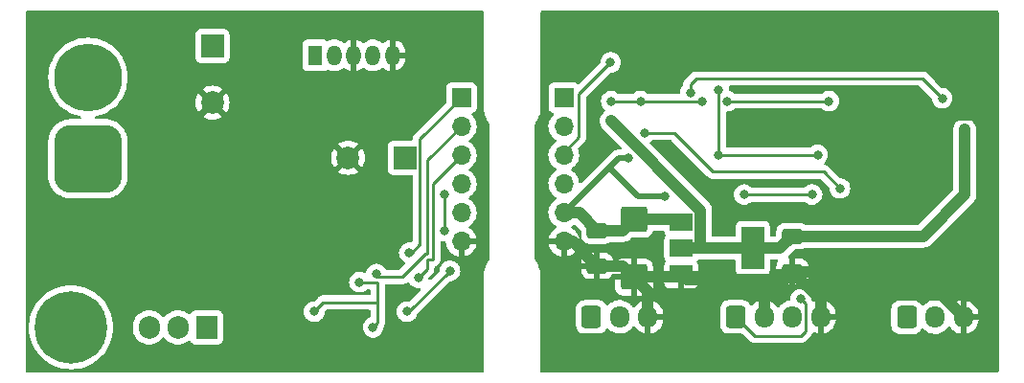
<source format=gbl>
G04 #@! TF.GenerationSoftware,KiCad,Pcbnew,6.0.1-79c1e3a40b~116~ubuntu20.04.1*
G04 #@! TF.CreationDate,2022-03-15T20:21:40+00:00*
G04 #@! TF.ProjectId,batmon,6261746d-6f6e-42e6-9b69-6361645f7063,rev?*
G04 #@! TF.SameCoordinates,Original*
G04 #@! TF.FileFunction,Copper,L2,Bot*
G04 #@! TF.FilePolarity,Positive*
%FSLAX46Y46*%
G04 Gerber Fmt 4.6, Leading zero omitted, Abs format (unit mm)*
G04 Created by KiCad (PCBNEW 6.0.1-79c1e3a40b~116~ubuntu20.04.1) date 2022-03-15 20:21:40*
%MOMM*%
%LPD*%
G01*
G04 APERTURE LIST*
G04 Aperture macros list*
%AMRoundRect*
0 Rectangle with rounded corners*
0 $1 Rounding radius*
0 $2 $3 $4 $5 $6 $7 $8 $9 X,Y pos of 4 corners*
0 Add a 4 corners polygon primitive as box body*
4,1,4,$2,$3,$4,$5,$6,$7,$8,$9,$2,$3,0*
0 Add four circle primitives for the rounded corners*
1,1,$1+$1,$2,$3*
1,1,$1+$1,$4,$5*
1,1,$1+$1,$6,$7*
1,1,$1+$1,$8,$9*
0 Add four rect primitives between the rounded corners*
20,1,$1+$1,$2,$3,$4,$5,0*
20,1,$1+$1,$4,$5,$6,$7,0*
20,1,$1+$1,$6,$7,$8,$9,0*
20,1,$1+$1,$8,$9,$2,$3,0*%
G04 Aperture macros list end*
G04 #@! TA.AperFunction,ComponentPad*
%ADD10RoundRect,0.250000X-0.600000X-0.725000X0.600000X-0.725000X0.600000X0.725000X-0.600000X0.725000X0*%
G04 #@! TD*
G04 #@! TA.AperFunction,ComponentPad*
%ADD11O,1.700000X1.950000*%
G04 #@! TD*
G04 #@! TA.AperFunction,ComponentPad*
%ADD12R,1.700000X1.700000*%
G04 #@! TD*
G04 #@! TA.AperFunction,ComponentPad*
%ADD13O,1.700000X1.700000*%
G04 #@! TD*
G04 #@! TA.AperFunction,ComponentPad*
%ADD14R,1.275000X1.800000*%
G04 #@! TD*
G04 #@! TA.AperFunction,ComponentPad*
%ADD15O,1.275000X1.800000*%
G04 #@! TD*
G04 #@! TA.AperFunction,ComponentPad*
%ADD16R,2.000000X2.000000*%
G04 #@! TD*
G04 #@! TA.AperFunction,ComponentPad*
%ADD17C,2.000000*%
G04 #@! TD*
G04 #@! TA.AperFunction,ComponentPad*
%ADD18RoundRect,1.500000X1.500000X-1.500000X1.500000X1.500000X-1.500000X1.500000X-1.500000X-1.500000X0*%
G04 #@! TD*
G04 #@! TA.AperFunction,ComponentPad*
%ADD19C,6.000000*%
G04 #@! TD*
G04 #@! TA.AperFunction,ComponentPad*
%ADD20R,1.905000X2.000000*%
G04 #@! TD*
G04 #@! TA.AperFunction,ComponentPad*
%ADD21O,1.905000X2.000000*%
G04 #@! TD*
G04 #@! TA.AperFunction,ComponentPad*
%ADD22C,6.400000*%
G04 #@! TD*
G04 #@! TA.AperFunction,SMDPad,CuDef*
%ADD23RoundRect,0.250000X-0.650000X0.412500X-0.650000X-0.412500X0.650000X-0.412500X0.650000X0.412500X0*%
G04 #@! TD*
G04 #@! TA.AperFunction,SMDPad,CuDef*
%ADD24R,2.000000X1.500000*%
G04 #@! TD*
G04 #@! TA.AperFunction,SMDPad,CuDef*
%ADD25R,2.000000X3.800000*%
G04 #@! TD*
G04 #@! TA.AperFunction,SMDPad,CuDef*
%ADD26RoundRect,0.250000X-0.925000X0.875000X-0.925000X-0.875000X0.925000X-0.875000X0.925000X0.875000X0*%
G04 #@! TD*
G04 #@! TA.AperFunction,ViaPad*
%ADD27C,0.800000*%
G04 #@! TD*
G04 #@! TA.AperFunction,Conductor*
%ADD28C,1.000000*%
G04 #@! TD*
G04 #@! TA.AperFunction,Conductor*
%ADD29C,0.500000*%
G04 #@! TD*
G04 #@! TA.AperFunction,Conductor*
%ADD30C,0.250000*%
G04 #@! TD*
G04 APERTURE END LIST*
D10*
X215500000Y-127075000D03*
D11*
X218000000Y-127075000D03*
X220500000Y-127075000D03*
D12*
X213058000Y-107696000D03*
D13*
X213058000Y-110236000D03*
X213058000Y-112776000D03*
X213058000Y-115316000D03*
X213058000Y-117856000D03*
X213058000Y-120396000D03*
D14*
X191100000Y-103945000D03*
D15*
X192800000Y-103945000D03*
X194500000Y-103945000D03*
X196200000Y-103945000D03*
X197900000Y-103945000D03*
D16*
X199000000Y-113000000D03*
D17*
X194000000Y-113000000D03*
D18*
X171000000Y-113100000D03*
D19*
X171000000Y-105900000D03*
D12*
X204000000Y-107696000D03*
D13*
X204000000Y-110236000D03*
X204000000Y-112776000D03*
X204000000Y-115316000D03*
X204000000Y-117856000D03*
X204000000Y-120396000D03*
D16*
X182000000Y-103132323D03*
D17*
X182000000Y-108132323D03*
D10*
X228250000Y-127075000D03*
D11*
X230750000Y-127075000D03*
X233250000Y-127075000D03*
X235750000Y-127075000D03*
D20*
X181500000Y-128000000D03*
D21*
X178960000Y-128000000D03*
X176420000Y-128000000D03*
D22*
X169500000Y-128000000D03*
D10*
X243364000Y-127100000D03*
D11*
X245864000Y-127100000D03*
X248364000Y-127100000D03*
D23*
X216000000Y-119437500D03*
X216000000Y-122562500D03*
D24*
X223450000Y-123300000D03*
D25*
X229750000Y-121000000D03*
D24*
X223450000Y-121000000D03*
X223450000Y-118700000D03*
D26*
X219250000Y-118450000D03*
X219250000Y-123550000D03*
D23*
X233250000Y-119937500D03*
X233250000Y-123062500D03*
D27*
X189000000Y-129400000D03*
X230500000Y-104849500D03*
X245000000Y-109250000D03*
X216500000Y-122500000D03*
X250000000Y-108500000D03*
X198400000Y-128400000D03*
X221800000Y-104500000D03*
X215500000Y-110750000D03*
X227500000Y-123750000D03*
X250250000Y-120750000D03*
X222000000Y-116400000D03*
X218750000Y-113000000D03*
X203000000Y-123000000D03*
X199200000Y-126600000D03*
X202500000Y-119500000D03*
X202500000Y-116256500D03*
X224250000Y-107250000D03*
X246500000Y-107750000D03*
X217250000Y-109750000D03*
X248500000Y-110500000D03*
X199400000Y-121400000D03*
X196500000Y-123275500D03*
X226750000Y-112750000D03*
X234000000Y-125500000D03*
X226750000Y-107000000D03*
X235500000Y-112750000D03*
X235000000Y-116250000D03*
X229000000Y-116250000D03*
X237466286Y-115716286D03*
X220245370Y-110798752D03*
X217250000Y-108000000D03*
X225250000Y-108000000D03*
X227500000Y-108000000D03*
X236500000Y-108000000D03*
X219836500Y-108000000D03*
X200200000Y-123600000D03*
X217200000Y-104575020D03*
X196200000Y-128000000D03*
X191000000Y-126600000D03*
X195000000Y-124000000D03*
D28*
X248364000Y-127100000D02*
X244326500Y-123062500D01*
X223450000Y-123300000D02*
X223900000Y-123750000D01*
X235750000Y-127075000D02*
X235750000Y-125562500D01*
X235750000Y-125562500D02*
X233250000Y-123062500D01*
X244326500Y-123062500D02*
X233250000Y-123062500D01*
X247496500Y-119892500D02*
X249392500Y-119892500D01*
X219250000Y-123550000D02*
X223200000Y-123550000D01*
X247496500Y-119892500D02*
X244326500Y-123062500D01*
X216000000Y-122562500D02*
X218262500Y-122562500D01*
X250250000Y-120750000D02*
X250250000Y-108750000D01*
X220500000Y-124800000D02*
X219250000Y-123550000D01*
X230750000Y-123750000D02*
X232562500Y-123750000D01*
X249250000Y-109250000D02*
X246000000Y-109250000D01*
X213058000Y-120396000D02*
X213833500Y-120396000D01*
X232562500Y-123750000D02*
X233250000Y-123062500D01*
X250000000Y-108500000D02*
X249250000Y-109250000D01*
X220500000Y-126900000D02*
X220500000Y-124800000D01*
X246000000Y-109250000D02*
X245000000Y-109250000D01*
X218262500Y-122562500D02*
X219250000Y-123550000D01*
X223200000Y-123550000D02*
X223450000Y-123300000D01*
X213833500Y-120396000D02*
X216000000Y-122562500D01*
X223900000Y-123750000D02*
X230750000Y-123750000D01*
X249392500Y-119892500D02*
X250250000Y-120750000D01*
X250250000Y-108750000D02*
X250000000Y-108500000D01*
X230750000Y-127075000D02*
X230750000Y-123750000D01*
X213058000Y-117856000D02*
X214418500Y-117856000D01*
D29*
X217057000Y-113857000D02*
X213058000Y-117856000D01*
X218722536Y-113027464D02*
X218750000Y-113000000D01*
X217886536Y-113027464D02*
X217057000Y-113857000D01*
X219600000Y-116400000D02*
X222000000Y-116400000D01*
D28*
X219250000Y-118450000D02*
X223200000Y-118450000D01*
X223200000Y-118450000D02*
X223450000Y-118700000D01*
X216000000Y-119437500D02*
X218262500Y-119437500D01*
X214418500Y-117856000D02*
X216000000Y-119437500D01*
D29*
X217886536Y-113027464D02*
X218722536Y-113027464D01*
X217057000Y-113857000D02*
X219600000Y-116400000D01*
D28*
X218262500Y-119437500D02*
X219250000Y-118450000D01*
D30*
X202500000Y-116256500D02*
X202500000Y-119500000D01*
X199400000Y-126600000D02*
X199200000Y-126600000D01*
X203000000Y-123000000D02*
X199400000Y-126600000D01*
X246500000Y-107750000D02*
X244750000Y-106000000D01*
X224750000Y-106000000D02*
X224250000Y-106500000D01*
X244750000Y-106000000D02*
X224750000Y-106000000D01*
X224250000Y-106500000D02*
X224250000Y-107250000D01*
D28*
X244812500Y-119937500D02*
X248500000Y-116250000D01*
X225149511Y-117649511D02*
X217250000Y-109750000D01*
X248500000Y-116250000D02*
X248500000Y-110500000D01*
X225000000Y-121000000D02*
X229750000Y-121000000D01*
X225000000Y-121000000D02*
X225149511Y-120850489D01*
X229750000Y-121000000D02*
X232187500Y-121000000D01*
X233250000Y-119937500D02*
X244812500Y-119937500D01*
X232187500Y-121000000D02*
X233250000Y-119937500D01*
X225149511Y-120850489D02*
X225149511Y-117649511D01*
X223450000Y-121000000D02*
X225000000Y-121000000D01*
D30*
X204000000Y-107696000D02*
X200324511Y-111371489D01*
X199600000Y-121400000D02*
X199400000Y-121400000D01*
X200324511Y-120675489D02*
X199600000Y-121400000D01*
X200324511Y-111371489D02*
X200324511Y-120675489D01*
X198789188Y-123550480D02*
X196550480Y-123550480D01*
X196550480Y-123550480D02*
X196500000Y-123500000D01*
X204000000Y-110236000D02*
X201000000Y-113236000D01*
X201000000Y-113236000D02*
X201000000Y-121500000D01*
X200839668Y-121500000D02*
X198789188Y-123550480D01*
X201000000Y-121500000D02*
X200839668Y-121500000D01*
X196500000Y-123500000D02*
X196500000Y-123275500D01*
X226750000Y-107000000D02*
X226750000Y-112750000D01*
X229925000Y-128750000D02*
X228250000Y-127075000D01*
X234000000Y-125500000D02*
X234424520Y-125924520D01*
X234424520Y-128325480D02*
X234000000Y-128750000D01*
X234000000Y-128750000D02*
X229925000Y-128750000D01*
X226750000Y-112750000D02*
X235500000Y-112750000D01*
X234424520Y-125924520D02*
X234424520Y-128325480D01*
X229000000Y-116250000D02*
X235000000Y-116250000D01*
X236000000Y-114250000D02*
X237466286Y-115716286D01*
X222798752Y-110798752D02*
X226250000Y-114250000D01*
X226250000Y-114250000D02*
X236000000Y-114250000D01*
X220245370Y-110798752D02*
X222798752Y-110798752D01*
X228000000Y-108000000D02*
X227500000Y-108000000D01*
X217250000Y-108000000D02*
X219836500Y-108000000D01*
X225250000Y-108000000D02*
X219836500Y-108000000D01*
X236500000Y-108000000D02*
X228000000Y-108000000D01*
X201500000Y-115276000D02*
X201500000Y-122000000D01*
X213058000Y-112542000D02*
X214400000Y-111200000D01*
X200975386Y-122824614D02*
X200200000Y-123600000D01*
X204000000Y-112776000D02*
X201500000Y-115276000D01*
X200975386Y-122000000D02*
X200975386Y-122824614D01*
X201500000Y-122000000D02*
X200975386Y-122000000D01*
X214400000Y-111200000D02*
X214400000Y-107375020D01*
X214400000Y-107375020D02*
X217200000Y-104575020D01*
X213058000Y-112776000D02*
X213058000Y-112542000D01*
X196600000Y-124000000D02*
X196600000Y-125800000D01*
X191800000Y-125800000D02*
X191000000Y-126600000D01*
X196600000Y-124000000D02*
X195000000Y-124000000D01*
X196600000Y-125800000D02*
X196600000Y-127600000D01*
X196600000Y-127600000D02*
X196200000Y-128000000D01*
X196600000Y-125800000D02*
X191800000Y-125800000D01*
G04 #@! TA.AperFunction,Conductor*
G36*
X251434121Y-100028002D02*
G01*
X251480614Y-100081658D01*
X251492000Y-100134000D01*
X251492000Y-131866000D01*
X251471998Y-131934121D01*
X251418342Y-131980614D01*
X251366000Y-131992000D01*
X211134000Y-131992000D01*
X211065879Y-131971998D01*
X211019386Y-131918342D01*
X211008000Y-131866000D01*
X211008000Y-127850400D01*
X214141500Y-127850400D01*
X214141837Y-127853646D01*
X214141837Y-127853650D01*
X214149991Y-127932232D01*
X214152474Y-127956166D01*
X214154655Y-127962702D01*
X214154655Y-127962704D01*
X214186405Y-128057870D01*
X214208450Y-128123946D01*
X214301522Y-128274348D01*
X214426697Y-128399305D01*
X214432927Y-128403145D01*
X214432928Y-128403146D01*
X214570976Y-128488240D01*
X214577262Y-128492115D01*
X214611964Y-128503625D01*
X214738611Y-128545632D01*
X214738613Y-128545632D01*
X214745139Y-128547797D01*
X214751975Y-128548497D01*
X214751978Y-128548498D01*
X214787663Y-128552154D01*
X214849600Y-128558500D01*
X216150400Y-128558500D01*
X216153646Y-128558163D01*
X216153650Y-128558163D01*
X216249308Y-128548238D01*
X216249312Y-128548237D01*
X216256166Y-128547526D01*
X216262702Y-128545345D01*
X216262704Y-128545345D01*
X216394806Y-128501272D01*
X216423946Y-128491550D01*
X216574348Y-128398478D01*
X216699305Y-128273303D01*
X216789081Y-128127660D01*
X216841852Y-128080168D01*
X216911924Y-128068744D01*
X216977048Y-128097018D01*
X216987510Y-128106805D01*
X217026559Y-128147738D01*
X217096576Y-128221135D01*
X217281542Y-128358754D01*
X217286293Y-128361170D01*
X217286297Y-128361172D01*
X217330713Y-128383754D01*
X217487051Y-128463240D01*
X217492145Y-128464822D01*
X217492148Y-128464823D01*
X217676983Y-128522216D01*
X217707227Y-128531607D01*
X217712516Y-128532308D01*
X217930489Y-128561198D01*
X217930494Y-128561198D01*
X217935774Y-128561898D01*
X217941103Y-128561698D01*
X217941105Y-128561698D01*
X218058038Y-128557308D01*
X218166158Y-128553249D01*
X218188802Y-128548498D01*
X218314062Y-128522216D01*
X218391791Y-128505907D01*
X218396750Y-128503949D01*
X218396752Y-128503948D01*
X218601256Y-128423185D01*
X218601258Y-128423184D01*
X218606221Y-128421224D01*
X218611047Y-128418296D01*
X218798757Y-128304390D01*
X218798756Y-128304390D01*
X218803317Y-128301623D01*
X218843134Y-128267072D01*
X218973412Y-128154023D01*
X218973414Y-128154021D01*
X218977445Y-128150523D01*
X219053416Y-128057870D01*
X219120240Y-127976373D01*
X219120244Y-127976367D01*
X219123624Y-127972245D01*
X219133520Y-127954861D01*
X219141829Y-127940265D01*
X219192912Y-127890959D01*
X219262542Y-127877098D01*
X219328613Y-127903082D01*
X219355851Y-127932232D01*
X219434852Y-128049578D01*
X219441519Y-128057870D01*
X219593228Y-128216900D01*
X219601186Y-128223941D01*
X219777525Y-128355141D01*
X219786562Y-128360745D01*
X219982484Y-128460357D01*
X219992335Y-128464357D01*
X220202240Y-128529534D01*
X220212624Y-128531817D01*
X220228043Y-128533861D01*
X220242207Y-128531665D01*
X220246000Y-128518478D01*
X220246000Y-128516192D01*
X220754000Y-128516192D01*
X220757973Y-128529723D01*
X220768580Y-128531248D01*
X220886421Y-128506523D01*
X220896617Y-128503463D01*
X221101029Y-128422737D01*
X221110561Y-128418006D01*
X221298462Y-128303984D01*
X221307052Y-128297720D01*
X221473052Y-128153673D01*
X221480472Y-128146042D01*
X221619826Y-127976089D01*
X221625850Y-127967322D01*
X221692406Y-127850400D01*
X226891500Y-127850400D01*
X226891837Y-127853646D01*
X226891837Y-127853650D01*
X226899991Y-127932232D01*
X226902474Y-127956166D01*
X226904655Y-127962702D01*
X226904655Y-127962704D01*
X226936405Y-128057870D01*
X226958450Y-128123946D01*
X227051522Y-128274348D01*
X227176697Y-128399305D01*
X227182927Y-128403145D01*
X227182928Y-128403146D01*
X227320976Y-128488240D01*
X227327262Y-128492115D01*
X227361964Y-128503625D01*
X227488611Y-128545632D01*
X227488613Y-128545632D01*
X227495139Y-128547797D01*
X227501975Y-128548497D01*
X227501978Y-128548498D01*
X227537663Y-128552154D01*
X227599600Y-128558500D01*
X228785406Y-128558500D01*
X228853527Y-128578502D01*
X228874501Y-128595405D01*
X229421343Y-129142247D01*
X229428887Y-129150537D01*
X229433000Y-129157018D01*
X229438777Y-129162443D01*
X229482667Y-129203658D01*
X229485509Y-129206413D01*
X229505231Y-129226135D01*
X229508373Y-129228572D01*
X229508433Y-129228619D01*
X229517445Y-129236317D01*
X229530880Y-129248933D01*
X229549679Y-129266586D01*
X229556622Y-129270403D01*
X229567431Y-129276345D01*
X229583953Y-129287198D01*
X229599959Y-129299614D01*
X229607237Y-129302764D01*
X229607238Y-129302764D01*
X229640537Y-129317174D01*
X229651187Y-129322391D01*
X229689940Y-129343695D01*
X229697615Y-129345666D01*
X229697616Y-129345666D01*
X229709562Y-129348733D01*
X229728267Y-129355137D01*
X229746855Y-129363181D01*
X229754678Y-129364420D01*
X229754688Y-129364423D01*
X229790524Y-129370099D01*
X229802144Y-129372505D01*
X229833959Y-129380673D01*
X229844970Y-129383500D01*
X229865224Y-129383500D01*
X229884934Y-129385051D01*
X229904943Y-129388220D01*
X229912835Y-129387474D01*
X229931580Y-129385702D01*
X229948962Y-129384059D01*
X229960819Y-129383500D01*
X233921233Y-129383500D01*
X233932416Y-129384027D01*
X233939909Y-129385702D01*
X233947835Y-129385453D01*
X233947836Y-129385453D01*
X234007986Y-129383562D01*
X234011945Y-129383500D01*
X234039856Y-129383500D01*
X234043791Y-129383003D01*
X234043856Y-129382995D01*
X234055693Y-129382062D01*
X234087951Y-129381048D01*
X234091970Y-129380922D01*
X234099889Y-129380673D01*
X234119343Y-129375021D01*
X234138700Y-129371013D01*
X234150930Y-129369468D01*
X234150931Y-129369468D01*
X234158797Y-129368474D01*
X234166168Y-129365555D01*
X234166170Y-129365555D01*
X234199912Y-129352196D01*
X234211142Y-129348351D01*
X234245983Y-129338229D01*
X234245984Y-129338229D01*
X234253593Y-129336018D01*
X234260412Y-129331985D01*
X234260417Y-129331983D01*
X234271028Y-129325707D01*
X234288776Y-129317012D01*
X234307617Y-129309552D01*
X234343387Y-129283564D01*
X234353307Y-129277048D01*
X234380170Y-129261161D01*
X234391362Y-129254542D01*
X234396969Y-129248936D01*
X234405685Y-129240220D01*
X234420719Y-129227379D01*
X234430695Y-129220131D01*
X234430696Y-129220130D01*
X234437107Y-129215472D01*
X234465288Y-129181407D01*
X234473278Y-129172626D01*
X234816779Y-128829126D01*
X234825057Y-128821593D01*
X234831538Y-128817480D01*
X234878150Y-128767842D01*
X234880905Y-128764999D01*
X234897854Y-128748051D01*
X234900655Y-128745250D01*
X234903135Y-128742053D01*
X234910840Y-128733031D01*
X234935679Y-128706580D01*
X234941106Y-128700801D01*
X234944925Y-128693855D01*
X234944927Y-128693852D01*
X234950868Y-128683046D01*
X234961719Y-128666527D01*
X234969278Y-128656781D01*
X234974134Y-128650521D01*
X234977279Y-128643252D01*
X234977282Y-128643248D01*
X234991694Y-128609943D01*
X234996911Y-128599293D01*
X235018215Y-128560540D01*
X235023253Y-128540917D01*
X235029656Y-128522216D01*
X235031105Y-128518868D01*
X235034933Y-128510022D01*
X235080341Y-128455448D01*
X235148048Y-128434086D01*
X235207673Y-128447743D01*
X235232483Y-128460357D01*
X235242335Y-128464357D01*
X235452240Y-128529534D01*
X235462624Y-128531817D01*
X235478043Y-128533861D01*
X235492207Y-128531665D01*
X235496000Y-128518478D01*
X235496000Y-128516192D01*
X236004000Y-128516192D01*
X236007973Y-128529723D01*
X236018580Y-128531248D01*
X236136421Y-128506523D01*
X236146617Y-128503463D01*
X236351029Y-128422737D01*
X236360561Y-128418006D01*
X236548462Y-128303984D01*
X236557052Y-128297720D01*
X236723052Y-128153673D01*
X236730472Y-128146042D01*
X236869826Y-127976089D01*
X236875850Y-127967322D01*
X236928175Y-127875400D01*
X242005500Y-127875400D01*
X242005837Y-127878646D01*
X242005837Y-127878650D01*
X242015067Y-127967602D01*
X242016474Y-127981166D01*
X242018655Y-127987702D01*
X242018655Y-127987704D01*
X242049504Y-128080168D01*
X242072450Y-128148946D01*
X242165522Y-128299348D01*
X242290697Y-128424305D01*
X242296927Y-128428145D01*
X242296928Y-128428146D01*
X242434090Y-128512694D01*
X242441262Y-128517115D01*
X242486145Y-128532002D01*
X242602611Y-128570632D01*
X242602613Y-128570632D01*
X242609139Y-128572797D01*
X242615975Y-128573497D01*
X242615978Y-128573498D01*
X242651663Y-128577154D01*
X242713600Y-128583500D01*
X244014400Y-128583500D01*
X244017646Y-128583163D01*
X244017650Y-128583163D01*
X244113308Y-128573238D01*
X244113312Y-128573237D01*
X244120166Y-128572526D01*
X244126702Y-128570345D01*
X244126704Y-128570345D01*
X244270963Y-128522216D01*
X244287946Y-128516550D01*
X244438348Y-128423478D01*
X244563305Y-128298303D01*
X244574883Y-128279521D01*
X244608910Y-128224318D01*
X244653081Y-128152660D01*
X244705852Y-128105168D01*
X244775924Y-128093744D01*
X244841048Y-128122018D01*
X244851510Y-128131805D01*
X244893215Y-128175523D01*
X244960576Y-128246135D01*
X244964854Y-128249318D01*
X245004053Y-128278483D01*
X245145542Y-128383754D01*
X245150293Y-128386170D01*
X245150297Y-128386172D01*
X245213481Y-128418296D01*
X245351051Y-128488240D01*
X245356145Y-128489822D01*
X245356148Y-128489823D01*
X245521583Y-128541192D01*
X245571227Y-128556607D01*
X245576516Y-128557308D01*
X245794489Y-128586198D01*
X245794494Y-128586198D01*
X245799774Y-128586898D01*
X245805103Y-128586698D01*
X245805105Y-128586698D01*
X245914966Y-128582573D01*
X246030158Y-128578249D01*
X246052802Y-128573498D01*
X246250572Y-128532002D01*
X246255791Y-128530907D01*
X246260750Y-128528949D01*
X246260752Y-128528948D01*
X246465256Y-128448185D01*
X246465258Y-128448184D01*
X246470221Y-128446224D01*
X246475525Y-128443006D01*
X246662757Y-128329390D01*
X246662756Y-128329390D01*
X246667317Y-128326623D01*
X246707134Y-128292072D01*
X246837412Y-128179023D01*
X246837414Y-128179021D01*
X246841445Y-128175523D01*
X246917416Y-128082870D01*
X246984240Y-128001373D01*
X246984244Y-128001367D01*
X246987624Y-127997245D01*
X246997520Y-127979861D01*
X247005829Y-127965265D01*
X247056912Y-127915959D01*
X247126542Y-127902098D01*
X247192613Y-127928082D01*
X247219851Y-127957232D01*
X247298852Y-128074578D01*
X247305519Y-128082870D01*
X247457228Y-128241900D01*
X247465186Y-128248941D01*
X247641525Y-128380141D01*
X247650562Y-128385745D01*
X247846484Y-128485357D01*
X247856335Y-128489357D01*
X248066240Y-128554534D01*
X248076624Y-128556817D01*
X248092043Y-128558861D01*
X248106207Y-128556665D01*
X248110000Y-128543478D01*
X248110000Y-128541192D01*
X248618000Y-128541192D01*
X248621973Y-128554723D01*
X248632580Y-128556248D01*
X248750421Y-128531523D01*
X248760617Y-128528463D01*
X248965029Y-128447737D01*
X248974561Y-128443006D01*
X249162462Y-128328984D01*
X249171052Y-128322720D01*
X249337052Y-128178673D01*
X249344472Y-128171042D01*
X249483826Y-128001089D01*
X249489850Y-127992322D01*
X249598576Y-127801318D01*
X249603041Y-127791654D01*
X249678031Y-127585059D01*
X249680802Y-127574792D01*
X249717504Y-127371826D01*
X249716085Y-127358586D01*
X249701450Y-127354000D01*
X248636115Y-127354000D01*
X248620876Y-127358475D01*
X248619671Y-127359865D01*
X248618000Y-127367548D01*
X248618000Y-128541192D01*
X248110000Y-128541192D01*
X248110000Y-126827885D01*
X248618000Y-126827885D01*
X248622475Y-126843124D01*
X248623865Y-126844329D01*
X248631548Y-126846000D01*
X249697849Y-126846000D01*
X249712527Y-126841690D01*
X249714590Y-126829807D01*
X249707876Y-126750675D01*
X249706086Y-126740203D01*
X249650870Y-126527465D01*
X249647335Y-126517425D01*
X249557063Y-126317030D01*
X249551894Y-126307744D01*
X249429150Y-126125425D01*
X249422481Y-126117130D01*
X249270772Y-125958100D01*
X249262814Y-125951059D01*
X249086475Y-125819859D01*
X249077438Y-125814255D01*
X248881516Y-125714643D01*
X248871665Y-125710643D01*
X248661760Y-125645466D01*
X248651376Y-125643183D01*
X248635957Y-125641139D01*
X248621793Y-125643335D01*
X248618000Y-125656522D01*
X248618000Y-126827885D01*
X248110000Y-126827885D01*
X248110000Y-125658808D01*
X248106027Y-125645277D01*
X248095420Y-125643752D01*
X247977579Y-125668477D01*
X247967383Y-125671537D01*
X247762971Y-125752263D01*
X247753439Y-125756994D01*
X247565538Y-125871016D01*
X247556948Y-125877280D01*
X247390948Y-126021327D01*
X247383528Y-126028958D01*
X247244174Y-126198911D01*
X247238152Y-126207674D01*
X247222762Y-126234711D01*
X247171680Y-126284018D01*
X247102049Y-126297880D01*
X247035978Y-126271897D01*
X247008739Y-126242747D01*
X246964983Y-126177755D01*
X246926559Y-126120681D01*
X246906934Y-126100108D01*
X246839059Y-126028958D01*
X246767424Y-125953865D01*
X246582458Y-125816246D01*
X246577707Y-125813830D01*
X246577703Y-125813828D01*
X246459588Y-125753776D01*
X246376949Y-125711760D01*
X246371855Y-125710178D01*
X246371852Y-125710177D01*
X246161871Y-125644976D01*
X246156773Y-125643393D01*
X246151484Y-125642692D01*
X245933511Y-125613802D01*
X245933506Y-125613802D01*
X245928226Y-125613102D01*
X245922897Y-125613302D01*
X245922895Y-125613302D01*
X245813034Y-125617426D01*
X245697842Y-125621751D01*
X245692623Y-125622846D01*
X245670566Y-125627474D01*
X245472209Y-125669093D01*
X245467250Y-125671051D01*
X245467248Y-125671052D01*
X245262744Y-125751815D01*
X245262742Y-125751816D01*
X245257779Y-125753776D01*
X245253220Y-125756543D01*
X245253217Y-125756544D01*
X245158113Y-125814255D01*
X245060683Y-125873377D01*
X245056653Y-125876874D01*
X244910607Y-126003606D01*
X244886555Y-126024477D01*
X244857330Y-126060120D01*
X244798671Y-126100114D01*
X244727701Y-126102046D01*
X244666952Y-126065302D01*
X244652752Y-126046532D01*
X244566332Y-125906880D01*
X244562478Y-125900652D01*
X244437303Y-125775695D01*
X244431072Y-125771854D01*
X244292968Y-125686725D01*
X244292966Y-125686724D01*
X244286738Y-125682885D01*
X244177152Y-125646537D01*
X244125389Y-125629368D01*
X244125387Y-125629368D01*
X244118861Y-125627203D01*
X244112025Y-125626503D01*
X244112022Y-125626502D01*
X244068969Y-125622091D01*
X244014400Y-125616500D01*
X242713600Y-125616500D01*
X242710354Y-125616837D01*
X242710350Y-125616837D01*
X242614692Y-125626762D01*
X242614688Y-125626763D01*
X242607834Y-125627474D01*
X242601298Y-125629655D01*
X242601296Y-125629655D01*
X242469194Y-125673728D01*
X242440054Y-125683450D01*
X242289652Y-125776522D01*
X242164695Y-125901697D01*
X242160855Y-125907927D01*
X242160854Y-125907928D01*
X242090954Y-126021327D01*
X242071885Y-126052262D01*
X242050472Y-126116822D01*
X242028630Y-126182674D01*
X242016203Y-126220139D01*
X242015503Y-126226975D01*
X242015502Y-126226978D01*
X242013461Y-126246897D01*
X242005500Y-126324600D01*
X242005500Y-127875400D01*
X236928175Y-127875400D01*
X236984576Y-127776318D01*
X236989041Y-127766654D01*
X237064031Y-127560059D01*
X237066802Y-127549792D01*
X237103504Y-127346826D01*
X237102085Y-127333586D01*
X237087450Y-127329000D01*
X236022115Y-127329000D01*
X236006876Y-127333475D01*
X236005671Y-127334865D01*
X236004000Y-127342548D01*
X236004000Y-128516192D01*
X235496000Y-128516192D01*
X235496000Y-126802885D01*
X236004000Y-126802885D01*
X236008475Y-126818124D01*
X236009865Y-126819329D01*
X236017548Y-126821000D01*
X237083849Y-126821000D01*
X237098527Y-126816690D01*
X237100590Y-126804807D01*
X237093876Y-126725675D01*
X237092086Y-126715203D01*
X237036870Y-126502465D01*
X237033335Y-126492425D01*
X236943063Y-126292030D01*
X236937894Y-126282744D01*
X236815150Y-126100425D01*
X236808481Y-126092130D01*
X236656772Y-125933100D01*
X236648814Y-125926059D01*
X236472475Y-125794859D01*
X236463438Y-125789255D01*
X236267516Y-125689643D01*
X236257665Y-125685643D01*
X236047760Y-125620466D01*
X236037376Y-125618183D01*
X236021957Y-125616139D01*
X236007793Y-125618335D01*
X236004000Y-125631522D01*
X236004000Y-126802885D01*
X235496000Y-126802885D01*
X235496000Y-125633808D01*
X235492027Y-125620277D01*
X235481420Y-125618752D01*
X235363579Y-125643477D01*
X235353383Y-125646537D01*
X235163760Y-125721422D01*
X235093054Y-125727840D01*
X235030103Y-125695012D01*
X235009027Y-125668372D01*
X235005096Y-125661725D01*
X235000226Y-125653490D01*
X234991532Y-125635744D01*
X234984072Y-125616903D01*
X234975174Y-125604655D01*
X234958084Y-125581133D01*
X234951568Y-125571213D01*
X234929062Y-125533158D01*
X234931736Y-125531577D01*
X234911542Y-125481333D01*
X234894232Y-125316635D01*
X234894232Y-125316633D01*
X234893542Y-125310072D01*
X234834527Y-125128444D01*
X234739040Y-124963056D01*
X234685120Y-124903171D01*
X234615675Y-124826045D01*
X234615674Y-124826044D01*
X234611253Y-124821134D01*
X234456752Y-124708882D01*
X234450724Y-124706198D01*
X234450722Y-124706197D01*
X234288319Y-124633891D01*
X234288318Y-124633891D01*
X234282288Y-124631206D01*
X234188887Y-124611353D01*
X234101944Y-124592872D01*
X234101939Y-124592872D01*
X234095487Y-124591500D01*
X233904513Y-124591500D01*
X233898061Y-124592872D01*
X233898056Y-124592872D01*
X233811113Y-124611353D01*
X233717712Y-124631206D01*
X233711682Y-124633891D01*
X233711681Y-124633891D01*
X233549278Y-124706197D01*
X233549276Y-124706198D01*
X233543248Y-124708882D01*
X233388747Y-124821134D01*
X233384326Y-124826044D01*
X233384325Y-124826045D01*
X233314881Y-124903171D01*
X233260960Y-124963056D01*
X233165473Y-125128444D01*
X233106458Y-125310072D01*
X233086496Y-125500000D01*
X233085383Y-125499883D01*
X233067184Y-125561864D01*
X233013528Y-125608357D01*
X232987060Y-125617058D01*
X232980696Y-125618393D01*
X232863430Y-125642997D01*
X232863424Y-125642999D01*
X232858209Y-125644093D01*
X232853250Y-125646051D01*
X232853248Y-125646052D01*
X232648744Y-125726815D01*
X232648742Y-125726816D01*
X232643779Y-125728776D01*
X232639220Y-125731543D01*
X232639217Y-125731544D01*
X232544113Y-125789255D01*
X232446683Y-125848377D01*
X232442653Y-125851874D01*
X232289687Y-125984611D01*
X232272555Y-125999477D01*
X232268881Y-126003958D01*
X232129760Y-126173627D01*
X232129756Y-126173633D01*
X232126376Y-126177755D01*
X232123733Y-126182398D01*
X232108171Y-126209735D01*
X232057088Y-126259041D01*
X231987458Y-126272902D01*
X231921387Y-126246918D01*
X231894149Y-126217768D01*
X231815148Y-126100422D01*
X231808481Y-126092130D01*
X231656772Y-125933100D01*
X231648814Y-125926059D01*
X231472475Y-125794859D01*
X231463438Y-125789255D01*
X231267516Y-125689643D01*
X231257665Y-125685643D01*
X231047760Y-125620466D01*
X231037376Y-125618183D01*
X231021957Y-125616139D01*
X231007793Y-125618335D01*
X231004000Y-125631522D01*
X231004000Y-127203000D01*
X230983998Y-127271121D01*
X230930342Y-127317614D01*
X230878000Y-127329000D01*
X230622000Y-127329000D01*
X230553879Y-127308998D01*
X230507386Y-127255342D01*
X230496000Y-127203000D01*
X230496000Y-125633808D01*
X230492027Y-125620277D01*
X230481420Y-125618752D01*
X230363579Y-125643477D01*
X230353383Y-125646537D01*
X230148971Y-125727263D01*
X230139439Y-125731994D01*
X229951538Y-125846016D01*
X229942948Y-125852280D01*
X229776948Y-125996327D01*
X229769530Y-126003956D01*
X229743609Y-126035569D01*
X229684949Y-126075564D01*
X229613979Y-126077496D01*
X229553230Y-126040752D01*
X229539030Y-126021982D01*
X229527877Y-126003958D01*
X229448478Y-125875652D01*
X229323303Y-125750695D01*
X229292965Y-125731994D01*
X229178968Y-125661725D01*
X229178966Y-125661724D01*
X229172738Y-125657885D01*
X229078121Y-125626502D01*
X229011389Y-125604368D01*
X229011387Y-125604368D01*
X229004861Y-125602203D01*
X228998025Y-125601503D01*
X228998022Y-125601502D01*
X228954969Y-125597091D01*
X228900400Y-125591500D01*
X227599600Y-125591500D01*
X227596354Y-125591837D01*
X227596350Y-125591837D01*
X227500692Y-125601762D01*
X227500688Y-125601763D01*
X227493834Y-125602474D01*
X227487298Y-125604655D01*
X227487296Y-125604655D01*
X227355194Y-125648728D01*
X227326054Y-125658450D01*
X227175652Y-125751522D01*
X227050695Y-125876697D01*
X227046855Y-125882927D01*
X227046854Y-125882928D01*
X226972466Y-126003608D01*
X226957885Y-126027262D01*
X226902203Y-126195139D01*
X226901503Y-126201975D01*
X226901502Y-126201978D01*
X226899338Y-126223102D01*
X226891500Y-126299600D01*
X226891500Y-127850400D01*
X221692406Y-127850400D01*
X221734576Y-127776318D01*
X221739041Y-127766654D01*
X221814031Y-127560059D01*
X221816802Y-127549792D01*
X221853504Y-127346826D01*
X221852085Y-127333586D01*
X221837450Y-127329000D01*
X220772115Y-127329000D01*
X220756876Y-127333475D01*
X220755671Y-127334865D01*
X220754000Y-127342548D01*
X220754000Y-128516192D01*
X220246000Y-128516192D01*
X220246000Y-126802885D01*
X220754000Y-126802885D01*
X220758475Y-126818124D01*
X220759865Y-126819329D01*
X220767548Y-126821000D01*
X221833849Y-126821000D01*
X221848527Y-126816690D01*
X221850590Y-126804807D01*
X221843876Y-126725675D01*
X221842086Y-126715203D01*
X221786870Y-126502465D01*
X221783335Y-126492425D01*
X221693063Y-126292030D01*
X221687894Y-126282744D01*
X221565150Y-126100425D01*
X221558481Y-126092130D01*
X221406772Y-125933100D01*
X221398814Y-125926059D01*
X221222475Y-125794859D01*
X221213438Y-125789255D01*
X221017516Y-125689643D01*
X221007665Y-125685643D01*
X220797760Y-125620466D01*
X220787376Y-125618183D01*
X220771957Y-125616139D01*
X220757793Y-125618335D01*
X220754000Y-125631522D01*
X220754000Y-126802885D01*
X220246000Y-126802885D01*
X220246000Y-125633808D01*
X220242027Y-125620277D01*
X220231420Y-125618752D01*
X220113579Y-125643477D01*
X220103383Y-125646537D01*
X219898971Y-125727263D01*
X219889439Y-125731994D01*
X219701538Y-125846016D01*
X219692948Y-125852280D01*
X219526948Y-125996327D01*
X219519528Y-126003958D01*
X219380174Y-126173911D01*
X219374152Y-126182674D01*
X219358762Y-126209711D01*
X219307680Y-126259018D01*
X219238049Y-126272880D01*
X219171978Y-126246897D01*
X219144739Y-126217747D01*
X219066844Y-126102046D01*
X219062559Y-126095681D01*
X219045212Y-126077496D01*
X218974725Y-126003608D01*
X218903424Y-125928865D01*
X218865505Y-125900652D01*
X218748809Y-125813828D01*
X218718458Y-125791246D01*
X218713707Y-125788830D01*
X218713703Y-125788828D01*
X218593747Y-125727840D01*
X218512949Y-125686760D01*
X218507855Y-125685178D01*
X218507852Y-125685177D01*
X218297871Y-125619976D01*
X218292773Y-125618393D01*
X218287484Y-125617692D01*
X218069511Y-125588802D01*
X218069506Y-125588802D01*
X218064226Y-125588102D01*
X218058897Y-125588302D01*
X218058895Y-125588302D01*
X217949034Y-125592427D01*
X217833842Y-125596751D01*
X217828623Y-125597846D01*
X217768381Y-125610486D01*
X217608209Y-125644093D01*
X217603250Y-125646051D01*
X217603248Y-125646052D01*
X217398744Y-125726815D01*
X217398742Y-125726816D01*
X217393779Y-125728776D01*
X217389220Y-125731543D01*
X217389217Y-125731544D01*
X217294113Y-125789255D01*
X217196683Y-125848377D01*
X217192653Y-125851874D01*
X217039687Y-125984611D01*
X217022555Y-125999477D01*
X216993330Y-126035120D01*
X216934671Y-126075114D01*
X216863701Y-126077046D01*
X216802952Y-126040302D01*
X216788752Y-126021532D01*
X216702332Y-125881880D01*
X216698478Y-125875652D01*
X216573303Y-125750695D01*
X216542965Y-125731994D01*
X216428968Y-125661725D01*
X216428966Y-125661724D01*
X216422738Y-125657885D01*
X216328121Y-125626502D01*
X216261389Y-125604368D01*
X216261387Y-125604368D01*
X216254861Y-125602203D01*
X216248025Y-125601503D01*
X216248022Y-125601502D01*
X216204969Y-125597091D01*
X216150400Y-125591500D01*
X214849600Y-125591500D01*
X214846354Y-125591837D01*
X214846350Y-125591837D01*
X214750692Y-125601762D01*
X214750688Y-125601763D01*
X214743834Y-125602474D01*
X214737298Y-125604655D01*
X214737296Y-125604655D01*
X214605194Y-125648728D01*
X214576054Y-125658450D01*
X214425652Y-125751522D01*
X214300695Y-125876697D01*
X214296855Y-125882927D01*
X214296854Y-125882928D01*
X214222466Y-126003608D01*
X214207885Y-126027262D01*
X214152203Y-126195139D01*
X214151503Y-126201975D01*
X214151502Y-126201978D01*
X214149338Y-126223102D01*
X214141500Y-126299600D01*
X214141500Y-127850400D01*
X211008000Y-127850400D01*
X211008000Y-124472095D01*
X217567001Y-124472095D01*
X217567338Y-124478614D01*
X217577257Y-124574206D01*
X217580149Y-124587600D01*
X217631588Y-124741784D01*
X217637761Y-124754962D01*
X217723063Y-124892807D01*
X217732099Y-124904208D01*
X217846829Y-125018739D01*
X217858240Y-125027751D01*
X217996243Y-125112816D01*
X218009424Y-125118963D01*
X218163710Y-125170138D01*
X218177086Y-125173005D01*
X218271438Y-125182672D01*
X218277854Y-125183000D01*
X218977885Y-125183000D01*
X218993124Y-125178525D01*
X218994329Y-125177135D01*
X218996000Y-125169452D01*
X218996000Y-125164884D01*
X219504000Y-125164884D01*
X219508475Y-125180123D01*
X219509865Y-125181328D01*
X219517548Y-125182999D01*
X220222095Y-125182999D01*
X220228614Y-125182662D01*
X220324206Y-125172743D01*
X220337600Y-125169851D01*
X220491784Y-125118412D01*
X220504962Y-125112239D01*
X220642807Y-125026937D01*
X220654208Y-125017901D01*
X220768739Y-124903171D01*
X220777751Y-124891760D01*
X220862816Y-124753757D01*
X220868963Y-124740576D01*
X220920138Y-124586290D01*
X220923005Y-124572914D01*
X220932672Y-124478562D01*
X220933000Y-124472146D01*
X220933000Y-124094669D01*
X221942001Y-124094669D01*
X221942371Y-124101490D01*
X221947895Y-124152352D01*
X221951521Y-124167604D01*
X221996676Y-124288054D01*
X222005214Y-124303649D01*
X222081715Y-124405724D01*
X222094276Y-124418285D01*
X222196351Y-124494786D01*
X222211946Y-124503324D01*
X222332394Y-124548478D01*
X222347649Y-124552105D01*
X222398514Y-124557631D01*
X222405328Y-124558000D01*
X223177885Y-124558000D01*
X223193124Y-124553525D01*
X223194329Y-124552135D01*
X223196000Y-124544452D01*
X223196000Y-124539884D01*
X223704000Y-124539884D01*
X223708475Y-124555123D01*
X223709865Y-124556328D01*
X223717548Y-124557999D01*
X224494669Y-124557999D01*
X224501490Y-124557629D01*
X224552352Y-124552105D01*
X224567604Y-124548479D01*
X224688054Y-124503324D01*
X224703649Y-124494786D01*
X224805724Y-124418285D01*
X224818285Y-124405724D01*
X224894786Y-124303649D01*
X224903324Y-124288054D01*
X224948478Y-124167606D01*
X224952105Y-124152351D01*
X224957631Y-124101486D01*
X224958000Y-124094672D01*
X224958000Y-123572115D01*
X224953525Y-123556876D01*
X224952135Y-123555671D01*
X224944452Y-123554000D01*
X223722115Y-123554000D01*
X223706876Y-123558475D01*
X223705671Y-123559865D01*
X223704000Y-123567548D01*
X223704000Y-124539884D01*
X223196000Y-124539884D01*
X223196000Y-123572115D01*
X223191525Y-123556876D01*
X223190135Y-123555671D01*
X223182452Y-123554000D01*
X221960116Y-123554000D01*
X221944877Y-123558475D01*
X221943672Y-123559865D01*
X221942001Y-123567548D01*
X221942001Y-124094669D01*
X220933000Y-124094669D01*
X220933000Y-123822115D01*
X220928525Y-123806876D01*
X220927135Y-123805671D01*
X220919452Y-123804000D01*
X219522115Y-123804000D01*
X219506876Y-123808475D01*
X219505671Y-123809865D01*
X219504000Y-123817548D01*
X219504000Y-125164884D01*
X218996000Y-125164884D01*
X218996000Y-123822115D01*
X218991525Y-123806876D01*
X218990135Y-123805671D01*
X218982452Y-123804000D01*
X217585116Y-123804000D01*
X217569877Y-123808475D01*
X217568672Y-123809865D01*
X217567001Y-123817548D01*
X217567001Y-124472095D01*
X211008000Y-124472095D01*
X211008000Y-123553207D01*
X211009746Y-123532303D01*
X211012264Y-123517335D01*
X211013071Y-123512539D01*
X211013224Y-123500000D01*
X211012534Y-123495185D01*
X211012373Y-123492710D01*
X211011805Y-123487115D01*
X210994495Y-123200938D01*
X210994494Y-123200932D01*
X210994265Y-123197142D01*
X210962186Y-123022095D01*
X214592001Y-123022095D01*
X214592338Y-123028614D01*
X214602257Y-123124206D01*
X214605149Y-123137600D01*
X214656588Y-123291784D01*
X214662761Y-123304962D01*
X214748063Y-123442807D01*
X214757099Y-123454208D01*
X214871829Y-123568739D01*
X214883240Y-123577751D01*
X215021243Y-123662816D01*
X215034424Y-123668963D01*
X215188710Y-123720138D01*
X215202086Y-123723005D01*
X215296438Y-123732672D01*
X215302854Y-123733000D01*
X215727885Y-123733000D01*
X215743124Y-123728525D01*
X215744329Y-123727135D01*
X215746000Y-123719452D01*
X215746000Y-123714884D01*
X216254000Y-123714884D01*
X216258475Y-123730123D01*
X216259865Y-123731328D01*
X216267548Y-123732999D01*
X216697095Y-123732999D01*
X216703614Y-123732662D01*
X216799206Y-123722743D01*
X216812600Y-123719851D01*
X216966784Y-123668412D01*
X216979962Y-123662239D01*
X217117807Y-123576937D01*
X217129208Y-123567901D01*
X217174935Y-123522095D01*
X231842001Y-123522095D01*
X231842338Y-123528614D01*
X231852257Y-123624206D01*
X231855149Y-123637600D01*
X231906588Y-123791784D01*
X231912761Y-123804962D01*
X231998063Y-123942807D01*
X232007099Y-123954208D01*
X232121829Y-124068739D01*
X232133240Y-124077751D01*
X232271243Y-124162816D01*
X232284424Y-124168963D01*
X232438710Y-124220138D01*
X232452086Y-124223005D01*
X232546438Y-124232672D01*
X232552854Y-124233000D01*
X232977885Y-124233000D01*
X232993124Y-124228525D01*
X232994329Y-124227135D01*
X232996000Y-124219452D01*
X232996000Y-124214884D01*
X233504000Y-124214884D01*
X233508475Y-124230123D01*
X233509865Y-124231328D01*
X233517548Y-124232999D01*
X233947095Y-124232999D01*
X233953614Y-124232662D01*
X234049206Y-124222743D01*
X234062600Y-124219851D01*
X234216784Y-124168412D01*
X234229962Y-124162239D01*
X234367807Y-124076937D01*
X234379208Y-124067901D01*
X234493739Y-123953171D01*
X234502751Y-123941760D01*
X234587816Y-123803757D01*
X234593963Y-123790576D01*
X234645138Y-123636290D01*
X234648005Y-123622914D01*
X234657672Y-123528562D01*
X234658000Y-123522146D01*
X234658000Y-123334615D01*
X234653525Y-123319376D01*
X234652135Y-123318171D01*
X234644452Y-123316500D01*
X233522115Y-123316500D01*
X233506876Y-123320975D01*
X233505671Y-123322365D01*
X233504000Y-123330048D01*
X233504000Y-124214884D01*
X232996000Y-124214884D01*
X232996000Y-123334615D01*
X232991525Y-123319376D01*
X232990135Y-123318171D01*
X232982452Y-123316500D01*
X231860116Y-123316500D01*
X231844877Y-123320975D01*
X231843672Y-123322365D01*
X231842001Y-123330048D01*
X231842001Y-123522095D01*
X217174935Y-123522095D01*
X217243739Y-123453171D01*
X217252751Y-123441760D01*
X217337817Y-123303756D01*
X217342050Y-123294678D01*
X217388966Y-123241392D01*
X217457242Y-123221929D01*
X217525203Y-123242469D01*
X217559694Y-123282916D01*
X217572865Y-123294329D01*
X217580548Y-123296000D01*
X218977885Y-123296000D01*
X218993124Y-123291525D01*
X218994329Y-123290135D01*
X218996000Y-123282452D01*
X218996000Y-123277885D01*
X219504000Y-123277885D01*
X219508475Y-123293124D01*
X219509865Y-123294329D01*
X219517548Y-123296000D01*
X220914884Y-123296000D01*
X220930123Y-123291525D01*
X220931328Y-123290135D01*
X220932999Y-123282452D01*
X220932999Y-122627905D01*
X220932662Y-122621386D01*
X220922743Y-122525794D01*
X220919851Y-122512400D01*
X220868412Y-122358216D01*
X220862239Y-122345038D01*
X220776937Y-122207193D01*
X220767901Y-122195792D01*
X220653171Y-122081261D01*
X220641760Y-122072249D01*
X220503757Y-121987184D01*
X220490576Y-121981037D01*
X220336290Y-121929862D01*
X220322914Y-121926995D01*
X220228562Y-121917328D01*
X220222145Y-121917000D01*
X219522115Y-121917000D01*
X219506876Y-121921475D01*
X219505671Y-121922865D01*
X219504000Y-121930548D01*
X219504000Y-123277885D01*
X218996000Y-123277885D01*
X218996000Y-121935116D01*
X218991525Y-121919877D01*
X218990135Y-121918672D01*
X218982452Y-121917001D01*
X218277905Y-121917001D01*
X218271386Y-121917338D01*
X218175794Y-121927257D01*
X218162400Y-121930149D01*
X218008216Y-121981588D01*
X217995038Y-121987761D01*
X217857193Y-122073063D01*
X217845792Y-122082099D01*
X217731261Y-122196829D01*
X217722249Y-122208240D01*
X217641259Y-122339631D01*
X217588487Y-122387124D01*
X217518415Y-122398548D01*
X217453292Y-122370274D01*
X217413792Y-122311280D01*
X217407999Y-122273515D01*
X217407999Y-122102905D01*
X217407662Y-122096386D01*
X217397743Y-122000794D01*
X217394851Y-121987400D01*
X217343412Y-121833216D01*
X217337239Y-121820038D01*
X217251937Y-121682193D01*
X217242901Y-121670792D01*
X217128171Y-121556261D01*
X217116760Y-121547249D01*
X216978757Y-121462184D01*
X216965576Y-121456037D01*
X216811290Y-121404862D01*
X216797914Y-121401995D01*
X216703562Y-121392328D01*
X216697145Y-121392000D01*
X216272115Y-121392000D01*
X216256876Y-121396475D01*
X216255671Y-121397865D01*
X216254000Y-121405548D01*
X216254000Y-123714884D01*
X215746000Y-123714884D01*
X215746000Y-122834615D01*
X215741525Y-122819376D01*
X215740135Y-122818171D01*
X215732452Y-122816500D01*
X214610116Y-122816500D01*
X214594877Y-122820975D01*
X214593672Y-122822365D01*
X214592001Y-122830048D01*
X214592001Y-123022095D01*
X210962186Y-123022095D01*
X210939573Y-122898699D01*
X210918181Y-122830048D01*
X210850440Y-122612661D01*
X210849307Y-122609025D01*
X210846531Y-122602855D01*
X210787045Y-122470684D01*
X210724783Y-122332344D01*
X210718073Y-122321243D01*
X210699418Y-122290385D01*
X214592000Y-122290385D01*
X214596475Y-122305624D01*
X214597865Y-122306829D01*
X214605548Y-122308500D01*
X215727885Y-122308500D01*
X215743124Y-122304025D01*
X215744329Y-122302635D01*
X215746000Y-122294952D01*
X215746000Y-121410116D01*
X215741525Y-121394877D01*
X215740135Y-121393672D01*
X215732452Y-121392001D01*
X215302905Y-121392001D01*
X215296386Y-121392338D01*
X215200794Y-121402257D01*
X215187400Y-121405149D01*
X215033216Y-121456588D01*
X215020038Y-121462761D01*
X214882193Y-121548063D01*
X214870792Y-121557099D01*
X214756261Y-121671829D01*
X214747249Y-121683240D01*
X214662184Y-121821243D01*
X214656037Y-121834424D01*
X214604862Y-121988710D01*
X214601995Y-122002086D01*
X214592328Y-122096438D01*
X214592000Y-122102855D01*
X214592000Y-122290385D01*
X210699418Y-122290385D01*
X210649759Y-122208240D01*
X210567816Y-122072689D01*
X210562873Y-122066379D01*
X210526815Y-122020355D01*
X210500549Y-121954396D01*
X210500000Y-121942649D01*
X210500000Y-120663966D01*
X211726257Y-120663966D01*
X211756565Y-120798446D01*
X211759645Y-120808275D01*
X211839770Y-121005603D01*
X211844413Y-121014794D01*
X211955694Y-121196388D01*
X211961777Y-121204699D01*
X212101213Y-121365667D01*
X212108580Y-121372883D01*
X212272434Y-121508916D01*
X212280881Y-121514831D01*
X212464756Y-121622279D01*
X212474042Y-121626729D01*
X212673001Y-121702703D01*
X212682899Y-121705579D01*
X212786250Y-121726606D01*
X212800299Y-121725410D01*
X212804000Y-121715065D01*
X212804000Y-121714517D01*
X213312000Y-121714517D01*
X213316064Y-121728359D01*
X213329478Y-121730393D01*
X213336184Y-121729534D01*
X213346262Y-121727392D01*
X213550255Y-121666191D01*
X213559842Y-121662433D01*
X213751095Y-121568739D01*
X213759945Y-121563464D01*
X213933328Y-121439792D01*
X213941200Y-121433139D01*
X214092052Y-121282812D01*
X214098730Y-121274965D01*
X214223003Y-121102020D01*
X214228313Y-121093183D01*
X214322670Y-120902267D01*
X214326469Y-120892672D01*
X214388377Y-120688910D01*
X214390555Y-120678837D01*
X214391986Y-120667962D01*
X214389775Y-120653778D01*
X214376617Y-120650000D01*
X213330115Y-120650000D01*
X213314876Y-120654475D01*
X213313671Y-120655865D01*
X213312000Y-120663548D01*
X213312000Y-121714517D01*
X212804000Y-121714517D01*
X212804000Y-120668115D01*
X212799525Y-120652876D01*
X212798135Y-120651671D01*
X212790452Y-120650000D01*
X211741225Y-120650000D01*
X211727694Y-120653973D01*
X211726257Y-120663966D01*
X210500000Y-120663966D01*
X210500000Y-117822695D01*
X211695251Y-117822695D01*
X211708110Y-118045715D01*
X211709247Y-118050761D01*
X211709248Y-118050767D01*
X211733304Y-118157508D01*
X211757222Y-118263639D01*
X211841266Y-118470616D01*
X211843965Y-118475020D01*
X211915344Y-118591500D01*
X211957987Y-118661088D01*
X212104250Y-118829938D01*
X212276126Y-118972632D01*
X212305307Y-118989684D01*
X212349955Y-119015774D01*
X212398679Y-119067412D01*
X212411750Y-119137195D01*
X212385019Y-119202967D01*
X212344562Y-119236327D01*
X212336457Y-119240546D01*
X212327738Y-119246036D01*
X212157433Y-119373905D01*
X212149726Y-119380748D01*
X212002590Y-119534717D01*
X211996104Y-119542727D01*
X211876098Y-119718649D01*
X211871000Y-119727623D01*
X211781338Y-119920783D01*
X211777775Y-119930470D01*
X211722389Y-120130183D01*
X211723912Y-120138607D01*
X211736292Y-120142000D01*
X214376344Y-120142000D01*
X214389873Y-120138027D01*
X214391388Y-120127493D01*
X214420881Y-120062912D01*
X214457349Y-120039475D01*
X214394066Y-120018138D01*
X214349734Y-119962683D01*
X214347051Y-119955523D01*
X214345892Y-119952119D01*
X214260972Y-119756814D01*
X214256105Y-119747739D01*
X214140426Y-119568926D01*
X214134136Y-119560757D01*
X213990806Y-119403240D01*
X213983273Y-119396215D01*
X213816139Y-119264222D01*
X213807556Y-119258520D01*
X213770602Y-119238120D01*
X213720631Y-119187687D01*
X213705859Y-119118245D01*
X213730975Y-119051839D01*
X213758327Y-119025232D01*
X213906808Y-118919322D01*
X213973881Y-118896048D01*
X214042890Y-118912732D01*
X214069071Y-118932806D01*
X214554595Y-119418330D01*
X214588621Y-119480642D01*
X214591500Y-119507425D01*
X214591500Y-119900400D01*
X214591837Y-119903650D01*
X214592005Y-119906892D01*
X214590735Y-119906958D01*
X214578781Y-119971759D01*
X214530200Y-120023532D01*
X214526233Y-120024528D01*
X214551603Y-120024528D01*
X214611330Y-120062911D01*
X214635629Y-120105547D01*
X214656129Y-120166993D01*
X214656133Y-120167003D01*
X214658450Y-120173946D01*
X214751522Y-120324348D01*
X214876697Y-120449305D01*
X214882927Y-120453145D01*
X214882928Y-120453146D01*
X215020090Y-120537694D01*
X215027262Y-120542115D01*
X215107005Y-120568564D01*
X215188611Y-120595632D01*
X215188613Y-120595632D01*
X215195139Y-120597797D01*
X215201975Y-120598497D01*
X215201978Y-120598498D01*
X215245031Y-120602909D01*
X215299600Y-120608500D01*
X216700400Y-120608500D01*
X216703646Y-120608163D01*
X216703650Y-120608163D01*
X216799308Y-120598238D01*
X216799312Y-120598237D01*
X216806166Y-120597526D01*
X216812702Y-120595345D01*
X216812704Y-120595345D01*
X216944806Y-120551272D01*
X216973946Y-120541550D01*
X217097881Y-120464856D01*
X217164185Y-120446000D01*
X218200657Y-120446000D01*
X218214264Y-120446737D01*
X218245762Y-120450159D01*
X218245767Y-120450159D01*
X218251888Y-120450824D01*
X218278704Y-120448478D01*
X218301888Y-120446450D01*
X218306714Y-120446121D01*
X218309186Y-120446000D01*
X218312269Y-120446000D01*
X218324238Y-120444826D01*
X218355006Y-120441810D01*
X218356319Y-120441688D01*
X218400584Y-120437815D01*
X218448913Y-120433587D01*
X218454032Y-120432100D01*
X218459333Y-120431580D01*
X218548334Y-120404709D01*
X218549467Y-120404374D01*
X218632914Y-120380130D01*
X218632918Y-120380128D01*
X218638836Y-120378409D01*
X218643568Y-120375956D01*
X218648669Y-120374416D01*
X218654112Y-120371522D01*
X218730760Y-120330769D01*
X218731926Y-120330157D01*
X218808953Y-120290229D01*
X218814426Y-120287392D01*
X218818589Y-120284069D01*
X218823296Y-120281566D01*
X218895418Y-120222745D01*
X218896274Y-120222054D01*
X218935473Y-120190762D01*
X218937977Y-120188258D01*
X218938695Y-120187616D01*
X218943028Y-120183915D01*
X218976562Y-120156565D01*
X218984029Y-120147540D01*
X218999214Y-120129184D01*
X219058048Y-120089446D01*
X219096298Y-120083500D01*
X220225400Y-120083500D01*
X220228646Y-120083163D01*
X220228650Y-120083163D01*
X220324308Y-120073238D01*
X220324312Y-120073237D01*
X220331166Y-120072526D01*
X220337702Y-120070345D01*
X220337704Y-120070345D01*
X220491998Y-120018868D01*
X220498946Y-120016550D01*
X220649348Y-119923478D01*
X220774305Y-119798303D01*
X220867115Y-119647738D01*
X220901247Y-119544833D01*
X220941678Y-119486473D01*
X221007242Y-119459236D01*
X221020840Y-119458500D01*
X221825507Y-119458500D01*
X221893628Y-119478502D01*
X221940121Y-119532158D01*
X221947543Y-119553763D01*
X221948255Y-119560316D01*
X221951027Y-119567711D01*
X221951028Y-119567714D01*
X221978423Y-119640790D01*
X221999385Y-119696705D01*
X222004770Y-119703890D01*
X222004771Y-119703892D01*
X222057640Y-119774435D01*
X222082488Y-119840942D01*
X222067435Y-119910324D01*
X222057640Y-119925565D01*
X222023020Y-119971759D01*
X221999385Y-120003295D01*
X221948255Y-120139684D01*
X221941500Y-120201866D01*
X221941500Y-121798134D01*
X221948255Y-121860316D01*
X221999385Y-121996705D01*
X222054080Y-122069684D01*
X222057953Y-122074852D01*
X222082801Y-122141358D01*
X222067748Y-122210741D01*
X222057953Y-122225982D01*
X222005214Y-122296352D01*
X221996676Y-122311946D01*
X221951522Y-122432394D01*
X221947895Y-122447649D01*
X221942369Y-122498514D01*
X221942000Y-122505328D01*
X221942000Y-123027885D01*
X221946475Y-123043124D01*
X221947865Y-123044329D01*
X221955548Y-123046000D01*
X224939884Y-123046000D01*
X224955123Y-123041525D01*
X224956328Y-123040135D01*
X224957999Y-123032452D01*
X224957999Y-122505331D01*
X224957629Y-122498510D01*
X224952105Y-122447648D01*
X224948479Y-122432396D01*
X224903324Y-122311946D01*
X224894786Y-122296352D01*
X224842047Y-122225982D01*
X224817199Y-122159476D01*
X224832252Y-122090093D01*
X224842047Y-122074852D01*
X224852723Y-122060607D01*
X224909582Y-122018092D01*
X224967157Y-122010909D01*
X224983263Y-122012659D01*
X224983267Y-122012659D01*
X224989388Y-122013324D01*
X225039053Y-122008979D01*
X225050034Y-122008500D01*
X228115500Y-122008500D01*
X228183621Y-122028502D01*
X228230114Y-122082158D01*
X228241500Y-122134500D01*
X228241500Y-122948134D01*
X228248255Y-123010316D01*
X228299385Y-123146705D01*
X228386739Y-123263261D01*
X228503295Y-123350615D01*
X228639684Y-123401745D01*
X228701866Y-123408500D01*
X230798134Y-123408500D01*
X230860316Y-123401745D01*
X230996705Y-123350615D01*
X231113261Y-123263261D01*
X231200615Y-123146705D01*
X231251745Y-123010316D01*
X231258500Y-122948134D01*
X231258500Y-122134500D01*
X231278502Y-122066379D01*
X231332158Y-122019886D01*
X231384500Y-122008500D01*
X231879279Y-122008500D01*
X231947400Y-122028502D01*
X231993893Y-122082158D01*
X232003997Y-122152432D01*
X231986539Y-122200616D01*
X231912184Y-122321243D01*
X231906037Y-122334424D01*
X231854862Y-122488710D01*
X231851995Y-122502086D01*
X231842328Y-122596438D01*
X231842000Y-122602855D01*
X231842000Y-122790385D01*
X231846475Y-122805624D01*
X231847865Y-122806829D01*
X231855548Y-122808500D01*
X232977885Y-122808500D01*
X232993124Y-122804025D01*
X232994329Y-122802635D01*
X232996000Y-122794952D01*
X232996000Y-122790385D01*
X233504000Y-122790385D01*
X233508475Y-122805624D01*
X233509865Y-122806829D01*
X233517548Y-122808500D01*
X234639884Y-122808500D01*
X234655123Y-122804025D01*
X234656328Y-122802635D01*
X234657999Y-122794952D01*
X234657999Y-122602905D01*
X234657662Y-122596386D01*
X234647743Y-122500794D01*
X234644851Y-122487400D01*
X234593412Y-122333216D01*
X234587239Y-122320038D01*
X234501937Y-122182193D01*
X234492901Y-122170792D01*
X234378171Y-122056261D01*
X234366760Y-122047249D01*
X234228757Y-121962184D01*
X234215576Y-121956037D01*
X234061290Y-121904862D01*
X234047914Y-121901995D01*
X233953562Y-121892328D01*
X233947145Y-121892000D01*
X233522115Y-121892000D01*
X233506876Y-121896475D01*
X233505671Y-121897865D01*
X233504000Y-121905548D01*
X233504000Y-122790385D01*
X232996000Y-122790385D01*
X232996000Y-121910116D01*
X232991525Y-121894877D01*
X232985288Y-121889472D01*
X232932551Y-121860677D01*
X232898525Y-121798366D01*
X232903588Y-121727550D01*
X232924562Y-121691263D01*
X232930785Y-121683741D01*
X232938772Y-121674963D01*
X233189594Y-121424141D01*
X233468329Y-121145405D01*
X233530642Y-121111380D01*
X233557425Y-121108500D01*
X233950400Y-121108500D01*
X233953646Y-121108163D01*
X233953650Y-121108163D01*
X234049308Y-121098238D01*
X234049312Y-121098237D01*
X234056166Y-121097526D01*
X234062702Y-121095345D01*
X234062704Y-121095345D01*
X234216998Y-121043868D01*
X234223946Y-121041550D01*
X234267183Y-121014794D01*
X234347882Y-120964856D01*
X234414185Y-120946000D01*
X244750657Y-120946000D01*
X244764264Y-120946737D01*
X244795762Y-120950159D01*
X244795767Y-120950159D01*
X244801888Y-120950824D01*
X244828704Y-120948478D01*
X244851888Y-120946450D01*
X244856714Y-120946121D01*
X244859186Y-120946000D01*
X244862269Y-120946000D01*
X244874238Y-120944826D01*
X244905006Y-120941810D01*
X244906319Y-120941688D01*
X244950584Y-120937815D01*
X244998913Y-120933587D01*
X245004032Y-120932100D01*
X245009333Y-120931580D01*
X245098334Y-120904709D01*
X245099467Y-120904374D01*
X245182914Y-120880130D01*
X245182918Y-120880128D01*
X245188836Y-120878409D01*
X245193568Y-120875956D01*
X245198669Y-120874416D01*
X245204112Y-120871522D01*
X245280760Y-120830769D01*
X245281926Y-120830157D01*
X245358953Y-120790229D01*
X245364426Y-120787392D01*
X245368589Y-120784069D01*
X245373296Y-120781566D01*
X245445418Y-120722745D01*
X245446274Y-120722054D01*
X245485473Y-120690762D01*
X245487977Y-120688258D01*
X245488695Y-120687616D01*
X245493028Y-120683915D01*
X245526562Y-120656565D01*
X245555788Y-120621237D01*
X245563777Y-120612458D01*
X249169384Y-117006851D01*
X249179527Y-116997749D01*
X249204218Y-116977897D01*
X249209025Y-116974032D01*
X249241315Y-116935550D01*
X249244467Y-116931938D01*
X249246123Y-116930112D01*
X249248310Y-116927925D01*
X249268372Y-116903502D01*
X249275576Y-116894732D01*
X249276418Y-116893717D01*
X249281258Y-116887949D01*
X249336154Y-116822526D01*
X249338723Y-116817853D01*
X249342103Y-116813738D01*
X249353839Y-116791852D01*
X249386028Y-116731820D01*
X249386657Y-116730662D01*
X249428465Y-116654612D01*
X249428465Y-116654611D01*
X249431433Y-116649213D01*
X249433044Y-116644135D01*
X249435563Y-116639437D01*
X249462753Y-116550502D01*
X249463136Y-116549272D01*
X249489371Y-116466570D01*
X249491235Y-116460694D01*
X249491828Y-116455403D01*
X249493388Y-116450302D01*
X249502795Y-116357689D01*
X249502915Y-116356569D01*
X249508500Y-116306773D01*
X249508500Y-116303244D01*
X249508555Y-116302261D01*
X249509004Y-116296556D01*
X249509677Y-116289938D01*
X249513374Y-116253537D01*
X249509059Y-116207888D01*
X249508500Y-116196031D01*
X249508500Y-110450231D01*
X249507814Y-110443227D01*
X249501682Y-110380696D01*
X249494080Y-110303167D01*
X249487740Y-110282166D01*
X249456207Y-110177725D01*
X249436916Y-110113831D01*
X249344066Y-109939204D01*
X249273709Y-109852938D01*
X249222960Y-109790713D01*
X249222957Y-109790710D01*
X249219065Y-109785938D01*
X249212724Y-109780692D01*
X249071425Y-109663799D01*
X249071421Y-109663797D01*
X249066675Y-109659870D01*
X248892701Y-109565802D01*
X248703768Y-109507318D01*
X248697643Y-109506674D01*
X248697642Y-109506674D01*
X248513204Y-109487289D01*
X248513202Y-109487289D01*
X248507075Y-109486645D01*
X248424576Y-109494153D01*
X248316251Y-109504011D01*
X248316248Y-109504012D01*
X248310112Y-109504570D01*
X248304206Y-109506308D01*
X248304202Y-109506309D01*
X248200310Y-109536886D01*
X248120381Y-109560410D01*
X248114923Y-109563263D01*
X248114919Y-109563265D01*
X248024147Y-109610720D01*
X247945110Y-109652040D01*
X247790975Y-109775968D01*
X247663846Y-109927474D01*
X247660879Y-109932872D01*
X247660875Y-109932877D01*
X247629439Y-109990060D01*
X247568567Y-110100787D01*
X247566706Y-110106654D01*
X247566705Y-110106656D01*
X247536240Y-110202695D01*
X247508765Y-110289306D01*
X247491500Y-110443227D01*
X247491500Y-115780076D01*
X247471498Y-115848197D01*
X247454595Y-115869171D01*
X244431671Y-118892095D01*
X244369359Y-118926121D01*
X244342576Y-118929000D01*
X234414379Y-118929000D01*
X234348263Y-118910260D01*
X234228968Y-118836725D01*
X234228966Y-118836724D01*
X234222738Y-118832885D01*
X234062254Y-118779655D01*
X234061389Y-118779368D01*
X234061387Y-118779368D01*
X234054861Y-118777203D01*
X234048025Y-118776503D01*
X234048022Y-118776502D01*
X234004969Y-118772091D01*
X233950400Y-118766500D01*
X232549600Y-118766500D01*
X232546354Y-118766837D01*
X232546350Y-118766837D01*
X232450692Y-118776762D01*
X232450688Y-118776763D01*
X232443834Y-118777474D01*
X232437298Y-118779655D01*
X232437296Y-118779655D01*
X232305194Y-118823728D01*
X232276054Y-118833450D01*
X232125652Y-118926522D01*
X232000695Y-119051697D01*
X231907885Y-119202262D01*
X231852203Y-119370139D01*
X231841500Y-119474600D01*
X231841500Y-119865500D01*
X231821498Y-119933621D01*
X231767842Y-119980114D01*
X231715500Y-119991500D01*
X231384500Y-119991500D01*
X231316379Y-119971498D01*
X231269886Y-119917842D01*
X231258500Y-119865500D01*
X231258500Y-119051866D01*
X231251745Y-118989684D01*
X231200615Y-118853295D01*
X231113261Y-118736739D01*
X230996705Y-118649385D01*
X230860316Y-118598255D01*
X230798134Y-118591500D01*
X228701866Y-118591500D01*
X228639684Y-118598255D01*
X228503295Y-118649385D01*
X228386739Y-118736739D01*
X228299385Y-118853295D01*
X228248255Y-118989684D01*
X228241500Y-119051866D01*
X228241500Y-119865500D01*
X228221498Y-119933621D01*
X228167842Y-119980114D01*
X228115500Y-119991500D01*
X226284011Y-119991500D01*
X226215890Y-119971498D01*
X226169397Y-119917842D01*
X226158011Y-119865500D01*
X226158011Y-117711361D01*
X226158748Y-117697753D01*
X226162170Y-117666250D01*
X226162836Y-117660123D01*
X226158458Y-117610081D01*
X226158132Y-117605299D01*
X226158011Y-117602821D01*
X226158011Y-117599742D01*
X226157712Y-117596688D01*
X226157711Y-117596677D01*
X226153824Y-117557040D01*
X226153702Y-117555726D01*
X226146134Y-117469229D01*
X226145598Y-117463098D01*
X226144111Y-117457979D01*
X226143591Y-117452678D01*
X226116720Y-117363677D01*
X226116385Y-117362544D01*
X226092141Y-117279097D01*
X226092139Y-117279093D01*
X226090420Y-117273175D01*
X226087967Y-117268443D01*
X226086427Y-117263342D01*
X226064521Y-117222142D01*
X226042780Y-117181251D01*
X226042168Y-117180085D01*
X226002240Y-117103058D01*
X225999403Y-117097585D01*
X225996080Y-117093422D01*
X225993577Y-117088715D01*
X225985545Y-117078866D01*
X225934772Y-117016613D01*
X225933944Y-117015586D01*
X225904980Y-116979303D01*
X225904975Y-116979298D01*
X225902773Y-116976539D01*
X225900272Y-116974038D01*
X225899630Y-116973320D01*
X225895917Y-116968972D01*
X225873798Y-116941852D01*
X225868576Y-116935449D01*
X225863834Y-116931526D01*
X225863832Y-116931524D01*
X225833238Y-116906214D01*
X225824458Y-116898224D01*
X225176234Y-116250000D01*
X228086496Y-116250000D01*
X228106458Y-116439928D01*
X228165473Y-116621556D01*
X228168776Y-116627278D01*
X228168777Y-116627279D01*
X228184558Y-116654612D01*
X228260960Y-116786944D01*
X228265378Y-116791851D01*
X228265379Y-116791852D01*
X228358013Y-116894732D01*
X228388747Y-116928866D01*
X228543248Y-117041118D01*
X228549276Y-117043802D01*
X228549278Y-117043803D01*
X228701392Y-117111528D01*
X228717712Y-117118794D01*
X228811112Y-117138647D01*
X228898056Y-117157128D01*
X228898061Y-117157128D01*
X228904513Y-117158500D01*
X229095487Y-117158500D01*
X229101939Y-117157128D01*
X229101944Y-117157128D01*
X229188888Y-117138647D01*
X229282288Y-117118794D01*
X229298608Y-117111528D01*
X229450722Y-117043803D01*
X229450724Y-117043802D01*
X229456752Y-117041118D01*
X229486031Y-117019846D01*
X229602192Y-116935449D01*
X229611253Y-116928866D01*
X229615668Y-116923963D01*
X229620580Y-116919540D01*
X229621705Y-116920789D01*
X229675014Y-116887949D01*
X229708200Y-116883500D01*
X234291800Y-116883500D01*
X234359921Y-116903502D01*
X234379147Y-116919843D01*
X234379420Y-116919540D01*
X234384332Y-116923963D01*
X234388747Y-116928866D01*
X234397808Y-116935449D01*
X234513970Y-117019846D01*
X234543248Y-117041118D01*
X234549276Y-117043802D01*
X234549278Y-117043803D01*
X234701392Y-117111528D01*
X234717712Y-117118794D01*
X234811112Y-117138647D01*
X234898056Y-117157128D01*
X234898061Y-117157128D01*
X234904513Y-117158500D01*
X235095487Y-117158500D01*
X235101939Y-117157128D01*
X235101944Y-117157128D01*
X235188888Y-117138647D01*
X235282288Y-117118794D01*
X235298608Y-117111528D01*
X235450722Y-117043803D01*
X235450724Y-117043802D01*
X235456752Y-117041118D01*
X235611253Y-116928866D01*
X235641987Y-116894732D01*
X235734621Y-116791852D01*
X235734622Y-116791851D01*
X235739040Y-116786944D01*
X235815442Y-116654612D01*
X235831223Y-116627279D01*
X235831224Y-116627278D01*
X235834527Y-116621556D01*
X235893542Y-116439928D01*
X235913504Y-116250000D01*
X235893542Y-116060072D01*
X235834527Y-115878444D01*
X235739040Y-115713056D01*
X235727609Y-115700360D01*
X235615675Y-115576045D01*
X235615674Y-115576044D01*
X235611253Y-115571134D01*
X235456752Y-115458882D01*
X235450724Y-115456198D01*
X235450722Y-115456197D01*
X235288319Y-115383891D01*
X235288318Y-115383891D01*
X235282288Y-115381206D01*
X235188887Y-115361353D01*
X235101944Y-115342872D01*
X235101939Y-115342872D01*
X235095487Y-115341500D01*
X234904513Y-115341500D01*
X234898061Y-115342872D01*
X234898056Y-115342872D01*
X234811113Y-115361353D01*
X234717712Y-115381206D01*
X234711682Y-115383891D01*
X234711681Y-115383891D01*
X234549278Y-115456197D01*
X234549276Y-115456198D01*
X234543248Y-115458882D01*
X234537907Y-115462762D01*
X234537906Y-115462763D01*
X234450376Y-115526358D01*
X234388747Y-115571134D01*
X234384332Y-115576037D01*
X234379420Y-115580460D01*
X234378295Y-115579211D01*
X234324986Y-115612051D01*
X234291800Y-115616500D01*
X229708200Y-115616500D01*
X229640079Y-115596498D01*
X229620853Y-115580157D01*
X229620580Y-115580460D01*
X229615668Y-115576037D01*
X229611253Y-115571134D01*
X229549624Y-115526358D01*
X229462094Y-115462763D01*
X229462093Y-115462762D01*
X229456752Y-115458882D01*
X229450724Y-115456198D01*
X229450722Y-115456197D01*
X229288319Y-115383891D01*
X229288318Y-115383891D01*
X229282288Y-115381206D01*
X229188887Y-115361353D01*
X229101944Y-115342872D01*
X229101939Y-115342872D01*
X229095487Y-115341500D01*
X228904513Y-115341500D01*
X228898061Y-115342872D01*
X228898056Y-115342872D01*
X228811113Y-115361353D01*
X228717712Y-115381206D01*
X228711682Y-115383891D01*
X228711681Y-115383891D01*
X228549278Y-115456197D01*
X228549276Y-115456198D01*
X228543248Y-115458882D01*
X228388747Y-115571134D01*
X228384326Y-115576044D01*
X228384325Y-115576045D01*
X228272392Y-115700360D01*
X228260960Y-115713056D01*
X228165473Y-115878444D01*
X228106458Y-116060072D01*
X228086496Y-116250000D01*
X225176234Y-116250000D01*
X220698699Y-111772465D01*
X220664673Y-111710153D01*
X220669738Y-111639338D01*
X220713733Y-111581434D01*
X220851284Y-111481497D01*
X220856623Y-111477618D01*
X220861038Y-111472715D01*
X220865950Y-111468292D01*
X220867075Y-111469541D01*
X220920384Y-111436701D01*
X220953570Y-111432252D01*
X222484158Y-111432252D01*
X222552279Y-111452254D01*
X222573253Y-111469157D01*
X225746348Y-114642253D01*
X225753888Y-114650539D01*
X225758000Y-114657018D01*
X225763777Y-114662443D01*
X225807651Y-114703643D01*
X225810493Y-114706398D01*
X225830230Y-114726135D01*
X225833427Y-114728615D01*
X225842447Y-114736318D01*
X225874679Y-114766586D01*
X225881625Y-114770405D01*
X225881628Y-114770407D01*
X225892434Y-114776348D01*
X225908953Y-114787199D01*
X225924959Y-114799614D01*
X225932228Y-114802759D01*
X225932232Y-114802762D01*
X225965537Y-114817174D01*
X225976187Y-114822391D01*
X226014940Y-114843695D01*
X226022615Y-114845666D01*
X226022616Y-114845666D01*
X226034562Y-114848733D01*
X226053267Y-114855137D01*
X226071855Y-114863181D01*
X226079678Y-114864420D01*
X226079688Y-114864423D01*
X226115524Y-114870099D01*
X226127144Y-114872505D01*
X226162289Y-114881528D01*
X226169970Y-114883500D01*
X226190224Y-114883500D01*
X226209934Y-114885051D01*
X226229943Y-114888220D01*
X226237835Y-114887474D01*
X226273961Y-114884059D01*
X226285819Y-114883500D01*
X235685406Y-114883500D01*
X235753527Y-114903502D01*
X235774501Y-114920405D01*
X236519164Y-115665068D01*
X236553190Y-115727380D01*
X236555378Y-115740989D01*
X236572744Y-115906214D01*
X236631759Y-116087842D01*
X236727246Y-116253230D01*
X236855033Y-116395152D01*
X237009534Y-116507404D01*
X237015562Y-116510088D01*
X237015564Y-116510089D01*
X237177967Y-116582395D01*
X237183998Y-116585080D01*
X237251166Y-116599357D01*
X237364342Y-116623414D01*
X237364347Y-116623414D01*
X237370799Y-116624786D01*
X237561773Y-116624786D01*
X237568225Y-116623414D01*
X237568230Y-116623414D01*
X237681406Y-116599357D01*
X237748574Y-116585080D01*
X237754605Y-116582395D01*
X237917008Y-116510089D01*
X237917010Y-116510088D01*
X237923038Y-116507404D01*
X238077539Y-116395152D01*
X238205326Y-116253230D01*
X238300813Y-116087842D01*
X238359828Y-115906214D01*
X238363722Y-115869171D01*
X238379100Y-115722851D01*
X238379790Y-115716286D01*
X238371896Y-115641179D01*
X238360518Y-115532921D01*
X238360518Y-115532919D01*
X238359828Y-115526358D01*
X238300813Y-115344730D01*
X238205326Y-115179342D01*
X238127909Y-115093361D01*
X238081961Y-115042331D01*
X238081960Y-115042330D01*
X238077539Y-115037420D01*
X237923038Y-114925168D01*
X237917010Y-114922484D01*
X237917008Y-114922483D01*
X237754605Y-114850177D01*
X237754604Y-114850177D01*
X237748574Y-114847492D01*
X237655173Y-114827639D01*
X237568230Y-114809158D01*
X237568225Y-114809158D01*
X237561773Y-114807786D01*
X237505881Y-114807786D01*
X237437760Y-114787784D01*
X237416785Y-114770881D01*
X236968775Y-114322870D01*
X236503647Y-113857742D01*
X236496113Y-113849463D01*
X236492000Y-113842982D01*
X236442348Y-113796356D01*
X236439507Y-113793602D01*
X236419770Y-113773865D01*
X236416573Y-113771385D01*
X236407551Y-113763680D01*
X236375321Y-113733414D01*
X236368375Y-113729595D01*
X236368372Y-113729593D01*
X236357566Y-113723652D01*
X236341047Y-113712801D01*
X236340583Y-113712441D01*
X236325041Y-113700386D01*
X236317772Y-113697241D01*
X236317768Y-113697238D01*
X236284463Y-113682826D01*
X236273813Y-113677609D01*
X236235060Y-113656305D01*
X236215437Y-113651267D01*
X236196734Y-113644863D01*
X236185424Y-113639969D01*
X236185425Y-113639969D01*
X236178145Y-113636819D01*
X236170316Y-113635579D01*
X236168692Y-113635107D01*
X236108858Y-113596891D01*
X236079184Y-113532394D01*
X236089089Y-113462092D01*
X236112551Y-113430035D01*
X236111253Y-113428866D01*
X236234621Y-113291852D01*
X236234622Y-113291851D01*
X236239040Y-113286944D01*
X236334527Y-113121556D01*
X236393542Y-112939928D01*
X236413504Y-112750000D01*
X236393542Y-112560072D01*
X236334527Y-112378444D01*
X236239040Y-112213056D01*
X236231623Y-112204818D01*
X236115675Y-112076045D01*
X236115674Y-112076044D01*
X236111253Y-112071134D01*
X235956752Y-111958882D01*
X235950724Y-111956198D01*
X235950722Y-111956197D01*
X235788319Y-111883891D01*
X235788318Y-111883891D01*
X235782288Y-111881206D01*
X235688888Y-111861353D01*
X235601944Y-111842872D01*
X235601939Y-111842872D01*
X235595487Y-111841500D01*
X235404513Y-111841500D01*
X235398061Y-111842872D01*
X235398056Y-111842872D01*
X235311113Y-111861353D01*
X235217712Y-111881206D01*
X235211682Y-111883891D01*
X235211681Y-111883891D01*
X235049278Y-111956197D01*
X235049276Y-111956198D01*
X235043248Y-111958882D01*
X234888747Y-112071134D01*
X234884332Y-112076037D01*
X234879420Y-112080460D01*
X234878295Y-112079211D01*
X234824986Y-112112051D01*
X234791800Y-112116500D01*
X227509500Y-112116500D01*
X227441379Y-112096498D01*
X227394886Y-112042842D01*
X227383500Y-111990500D01*
X227383500Y-109034500D01*
X227403502Y-108966379D01*
X227457158Y-108919886D01*
X227509500Y-108908500D01*
X227595487Y-108908500D01*
X227601939Y-108907128D01*
X227601944Y-108907128D01*
X227688887Y-108888647D01*
X227782288Y-108868794D01*
X227788319Y-108866109D01*
X227950722Y-108793803D01*
X227950724Y-108793802D01*
X227956752Y-108791118D01*
X227966141Y-108784297D01*
X228089671Y-108694546D01*
X228111253Y-108678866D01*
X228115668Y-108673963D01*
X228120580Y-108669540D01*
X228121705Y-108670789D01*
X228175014Y-108637949D01*
X228208200Y-108633500D01*
X235791800Y-108633500D01*
X235859921Y-108653502D01*
X235879147Y-108669843D01*
X235879420Y-108669540D01*
X235884332Y-108673963D01*
X235888747Y-108678866D01*
X235910329Y-108694546D01*
X236033860Y-108784297D01*
X236043248Y-108791118D01*
X236049276Y-108793802D01*
X236049278Y-108793803D01*
X236211681Y-108866109D01*
X236217712Y-108868794D01*
X236311113Y-108888647D01*
X236398056Y-108907128D01*
X236398061Y-108907128D01*
X236404513Y-108908500D01*
X236595487Y-108908500D01*
X236601939Y-108907128D01*
X236601944Y-108907128D01*
X236688887Y-108888647D01*
X236782288Y-108868794D01*
X236788319Y-108866109D01*
X236950722Y-108793803D01*
X236950724Y-108793802D01*
X236956752Y-108791118D01*
X236966141Y-108784297D01*
X237049646Y-108723626D01*
X237111253Y-108678866D01*
X237239040Y-108536944D01*
X237334527Y-108371556D01*
X237393542Y-108189928D01*
X237413504Y-108000000D01*
X237407190Y-107939928D01*
X237394232Y-107816635D01*
X237394232Y-107816633D01*
X237393542Y-107810072D01*
X237334527Y-107628444D01*
X237318405Y-107600519D01*
X237242341Y-107468774D01*
X237239040Y-107463056D01*
X237111253Y-107321134D01*
X236956752Y-107208882D01*
X236950724Y-107206198D01*
X236950722Y-107206197D01*
X236788319Y-107133891D01*
X236788318Y-107133891D01*
X236782288Y-107131206D01*
X236688888Y-107111353D01*
X236601944Y-107092872D01*
X236601939Y-107092872D01*
X236595487Y-107091500D01*
X236404513Y-107091500D01*
X236398061Y-107092872D01*
X236398056Y-107092872D01*
X236311112Y-107111353D01*
X236217712Y-107131206D01*
X236211682Y-107133891D01*
X236211681Y-107133891D01*
X236049278Y-107206197D01*
X236049276Y-107206198D01*
X236043248Y-107208882D01*
X235888747Y-107321134D01*
X235884332Y-107326037D01*
X235879420Y-107330460D01*
X235878295Y-107329211D01*
X235824986Y-107362051D01*
X235791800Y-107366500D01*
X228208200Y-107366500D01*
X228140079Y-107346498D01*
X228120853Y-107330157D01*
X228120580Y-107330460D01*
X228115668Y-107326037D01*
X228111253Y-107321134D01*
X227956752Y-107208882D01*
X227950724Y-107206198D01*
X227950722Y-107206197D01*
X227788319Y-107133891D01*
X227788318Y-107133891D01*
X227782288Y-107131206D01*
X227775833Y-107129834D01*
X227775830Y-107129833D01*
X227762618Y-107127025D01*
X227700145Y-107093297D01*
X227665823Y-107031148D01*
X227662964Y-107005140D01*
X227663504Y-107000000D01*
X227651301Y-106883891D01*
X227644232Y-106816635D01*
X227644232Y-106816633D01*
X227643542Y-106810072D01*
X227641503Y-106803797D01*
X227641502Y-106803792D01*
X227639762Y-106798438D01*
X227637733Y-106727471D01*
X227674394Y-106666672D01*
X227738106Y-106635346D01*
X227759594Y-106633500D01*
X244435406Y-106633500D01*
X244503527Y-106653502D01*
X244524501Y-106670405D01*
X245044023Y-107189928D01*
X245552878Y-107698783D01*
X245586904Y-107761095D01*
X245589093Y-107774706D01*
X245606458Y-107939928D01*
X245665473Y-108121556D01*
X245760960Y-108286944D01*
X245888747Y-108428866D01*
X245936448Y-108463523D01*
X246010521Y-108517340D01*
X246043248Y-108541118D01*
X246049276Y-108543802D01*
X246049278Y-108543803D01*
X246183199Y-108603428D01*
X246217712Y-108618794D01*
X246307829Y-108637949D01*
X246398056Y-108657128D01*
X246398061Y-108657128D01*
X246404513Y-108658500D01*
X246595487Y-108658500D01*
X246601939Y-108657128D01*
X246601944Y-108657128D01*
X246692171Y-108637949D01*
X246782288Y-108618794D01*
X246816801Y-108603428D01*
X246950722Y-108543803D01*
X246950724Y-108543802D01*
X246956752Y-108541118D01*
X246989480Y-108517340D01*
X247063552Y-108463523D01*
X247111253Y-108428866D01*
X247239040Y-108286944D01*
X247334527Y-108121556D01*
X247393542Y-107939928D01*
X247406501Y-107816635D01*
X247412814Y-107756565D01*
X247413504Y-107750000D01*
X247393542Y-107560072D01*
X247334527Y-107378444D01*
X247325063Y-107362051D01*
X247294215Y-107308621D01*
X247239040Y-107213056D01*
X247219157Y-107190973D01*
X247115675Y-107076045D01*
X247115674Y-107076044D01*
X247111253Y-107071134D01*
X246956752Y-106958882D01*
X246950724Y-106956198D01*
X246950722Y-106956197D01*
X246788319Y-106883891D01*
X246788318Y-106883891D01*
X246782288Y-106881206D01*
X246688887Y-106861353D01*
X246601944Y-106842872D01*
X246601939Y-106842872D01*
X246595487Y-106841500D01*
X246539594Y-106841500D01*
X246471473Y-106821498D01*
X246450499Y-106804595D01*
X245866894Y-106220989D01*
X245253652Y-105607747D01*
X245246112Y-105599461D01*
X245242000Y-105592982D01*
X245192348Y-105546356D01*
X245189507Y-105543602D01*
X245169770Y-105523865D01*
X245166573Y-105521385D01*
X245157551Y-105513680D01*
X245144122Y-105501069D01*
X245125321Y-105483414D01*
X245118375Y-105479595D01*
X245118372Y-105479593D01*
X245107566Y-105473652D01*
X245091047Y-105462801D01*
X245090583Y-105462441D01*
X245075041Y-105450386D01*
X245067772Y-105447241D01*
X245067768Y-105447238D01*
X245034463Y-105432826D01*
X245023813Y-105427609D01*
X244985060Y-105406305D01*
X244965437Y-105401267D01*
X244946734Y-105394863D01*
X244935420Y-105389967D01*
X244935419Y-105389967D01*
X244928145Y-105386819D01*
X244920322Y-105385580D01*
X244920312Y-105385577D01*
X244884476Y-105379901D01*
X244872856Y-105377495D01*
X244837711Y-105368472D01*
X244837710Y-105368472D01*
X244830030Y-105366500D01*
X244809776Y-105366500D01*
X244790065Y-105364949D01*
X244777886Y-105363020D01*
X244770057Y-105361780D01*
X244740786Y-105364547D01*
X244726039Y-105365941D01*
X244714181Y-105366500D01*
X224828768Y-105366500D01*
X224817585Y-105365973D01*
X224810092Y-105364298D01*
X224802166Y-105364547D01*
X224802165Y-105364547D01*
X224742002Y-105366438D01*
X224738044Y-105366500D01*
X224710144Y-105366500D01*
X224706154Y-105367004D01*
X224694320Y-105367936D01*
X224650111Y-105369326D01*
X224642497Y-105371538D01*
X224642492Y-105371539D01*
X224630659Y-105374977D01*
X224611296Y-105378988D01*
X224591203Y-105381526D01*
X224583836Y-105384443D01*
X224583831Y-105384444D01*
X224550092Y-105397802D01*
X224538865Y-105401646D01*
X224496407Y-105413982D01*
X224489581Y-105418019D01*
X224478972Y-105424293D01*
X224461224Y-105432988D01*
X224442383Y-105440448D01*
X224435967Y-105445110D01*
X224435966Y-105445110D01*
X224406613Y-105466436D01*
X224396693Y-105472952D01*
X224365465Y-105491420D01*
X224365462Y-105491422D01*
X224358638Y-105495458D01*
X224344317Y-105509779D01*
X224329284Y-105522619D01*
X224312893Y-105534528D01*
X224286516Y-105566413D01*
X224284712Y-105568593D01*
X224276722Y-105577374D01*
X223857742Y-105996353D01*
X223849463Y-106003887D01*
X223842982Y-106008000D01*
X223796357Y-106057651D01*
X223793602Y-106060493D01*
X223773865Y-106080230D01*
X223771385Y-106083427D01*
X223763682Y-106092447D01*
X223733414Y-106124679D01*
X223729595Y-106131625D01*
X223729593Y-106131628D01*
X223723652Y-106142434D01*
X223712801Y-106158953D01*
X223700386Y-106174959D01*
X223697241Y-106182228D01*
X223697238Y-106182232D01*
X223682826Y-106215537D01*
X223677609Y-106226187D01*
X223656305Y-106264940D01*
X223654334Y-106272615D01*
X223654334Y-106272616D01*
X223651267Y-106284562D01*
X223644863Y-106303266D01*
X223636819Y-106321855D01*
X223635580Y-106329678D01*
X223635577Y-106329688D01*
X223629901Y-106365524D01*
X223627495Y-106377144D01*
X223616500Y-106419970D01*
X223616500Y-106440224D01*
X223614949Y-106459934D01*
X223611780Y-106479943D01*
X223612526Y-106487835D01*
X223615941Y-106523961D01*
X223616500Y-106535819D01*
X223616500Y-106547476D01*
X223596498Y-106615597D01*
X223584142Y-106631779D01*
X223510960Y-106713056D01*
X223463956Y-106794469D01*
X223436011Y-106842872D01*
X223415473Y-106878444D01*
X223356458Y-107060072D01*
X223355768Y-107066633D01*
X223355768Y-107066635D01*
X223348842Y-107132535D01*
X223336496Y-107250000D01*
X223334459Y-107249786D01*
X223317184Y-107308621D01*
X223263528Y-107355114D01*
X223211186Y-107366500D01*
X220544700Y-107366500D01*
X220476579Y-107346498D01*
X220457353Y-107330157D01*
X220457080Y-107330460D01*
X220452168Y-107326037D01*
X220447753Y-107321134D01*
X220293252Y-107208882D01*
X220287224Y-107206198D01*
X220287222Y-107206197D01*
X220124819Y-107133891D01*
X220124818Y-107133891D01*
X220118788Y-107131206D01*
X220025388Y-107111353D01*
X219938444Y-107092872D01*
X219938439Y-107092872D01*
X219931987Y-107091500D01*
X219741013Y-107091500D01*
X219734561Y-107092872D01*
X219734556Y-107092872D01*
X219647612Y-107111353D01*
X219554212Y-107131206D01*
X219548182Y-107133891D01*
X219548181Y-107133891D01*
X219385778Y-107206197D01*
X219385776Y-107206198D01*
X219379748Y-107208882D01*
X219225247Y-107321134D01*
X219220832Y-107326037D01*
X219215920Y-107330460D01*
X219214795Y-107329211D01*
X219161486Y-107362051D01*
X219128300Y-107366500D01*
X217958200Y-107366500D01*
X217890079Y-107346498D01*
X217870853Y-107330157D01*
X217870580Y-107330460D01*
X217865668Y-107326037D01*
X217861253Y-107321134D01*
X217706752Y-107208882D01*
X217700724Y-107206198D01*
X217700722Y-107206197D01*
X217538319Y-107133891D01*
X217538318Y-107133891D01*
X217532288Y-107131206D01*
X217438888Y-107111353D01*
X217351944Y-107092872D01*
X217351939Y-107092872D01*
X217345487Y-107091500D01*
X217154513Y-107091500D01*
X217148061Y-107092872D01*
X217148056Y-107092872D01*
X217061112Y-107111353D01*
X216967712Y-107131206D01*
X216961682Y-107133891D01*
X216961681Y-107133891D01*
X216799278Y-107206197D01*
X216799276Y-107206198D01*
X216793248Y-107208882D01*
X216638747Y-107321134D01*
X216510960Y-107463056D01*
X216507659Y-107468774D01*
X216431596Y-107600519D01*
X216415473Y-107628444D01*
X216356458Y-107810072D01*
X216355768Y-107816633D01*
X216355768Y-107816635D01*
X216342810Y-107939928D01*
X216336496Y-108000000D01*
X216356458Y-108189928D01*
X216415473Y-108371556D01*
X216510960Y-108536944D01*
X216638747Y-108678866D01*
X216680026Y-108708857D01*
X216680581Y-108709260D01*
X216723934Y-108765483D01*
X216730009Y-108836219D01*
X216696877Y-108899011D01*
X216685814Y-108909116D01*
X216573869Y-108999768D01*
X216538453Y-109028447D01*
X216534508Y-109033182D01*
X216474727Y-109104934D01*
X216411854Y-109180396D01*
X216317178Y-109354041D01*
X216287607Y-109448404D01*
X216270181Y-109504011D01*
X216258035Y-109542768D01*
X216257370Y-109548891D01*
X216257369Y-109548895D01*
X216245314Y-109659870D01*
X216236676Y-109739388D01*
X216253913Y-109936413D01*
X216255632Y-109942330D01*
X216255633Y-109942335D01*
X216275732Y-110011515D01*
X216309091Y-110126336D01*
X216400108Y-110301926D01*
X216408495Y-110312432D01*
X216494542Y-110420223D01*
X216494549Y-110420230D01*
X216496738Y-110422973D01*
X218127634Y-112053869D01*
X218161660Y-112116181D01*
X218156595Y-112186996D01*
X218114048Y-112243832D01*
X218047528Y-112268643D01*
X218038539Y-112268964D01*
X217953606Y-112268964D01*
X217934656Y-112267531D01*
X217920421Y-112265365D01*
X217920417Y-112265365D01*
X217913187Y-112264265D01*
X217905895Y-112264858D01*
X217905892Y-112264858D01*
X217860518Y-112268549D01*
X217850303Y-112268964D01*
X217842243Y-112268964D01*
X217828953Y-112270513D01*
X217814029Y-112272253D01*
X217809654Y-112272686D01*
X217744197Y-112278010D01*
X217744194Y-112278011D01*
X217736899Y-112278604D01*
X217729935Y-112280860D01*
X217723976Y-112282051D01*
X217718121Y-112283435D01*
X217710855Y-112284282D01*
X217642209Y-112309199D01*
X217638081Y-112310616D01*
X217575600Y-112330857D01*
X217575598Y-112330858D01*
X217568637Y-112333113D01*
X217562382Y-112336909D01*
X217556908Y-112339415D01*
X217551478Y-112342134D01*
X217544599Y-112344631D01*
X217538479Y-112348644D01*
X217538478Y-112348644D01*
X217483560Y-112384650D01*
X217479856Y-112386987D01*
X217417429Y-112424869D01*
X217409052Y-112432267D01*
X217409028Y-112432240D01*
X217406036Y-112434893D01*
X217402803Y-112437596D01*
X217396684Y-112441608D01*
X217391652Y-112446920D01*
X217343408Y-112497847D01*
X217341030Y-112500289D01*
X216540350Y-113300969D01*
X216534663Y-113306315D01*
X216488596Y-113347000D01*
X216484368Y-113352983D01*
X216481005Y-113357741D01*
X216467203Y-113374116D01*
X214621448Y-115219871D01*
X214559136Y-115253897D01*
X214488321Y-115248832D01*
X214431485Y-115206285D01*
X214406777Y-115141101D01*
X214403276Y-115098521D01*
X214402852Y-115093361D01*
X214348431Y-114876702D01*
X214259354Y-114671840D01*
X214138014Y-114484277D01*
X213987670Y-114319051D01*
X213983619Y-114315852D01*
X213983615Y-114315848D01*
X213816414Y-114183800D01*
X213816410Y-114183798D01*
X213812359Y-114180598D01*
X213771053Y-114157796D01*
X213721084Y-114107364D01*
X213706312Y-114037921D01*
X213731428Y-113971516D01*
X213758780Y-113944909D01*
X213802603Y-113913650D01*
X213937860Y-113817173D01*
X214096096Y-113659489D01*
X214110123Y-113639969D01*
X214223435Y-113482277D01*
X214226453Y-113478077D01*
X214234354Y-113462092D01*
X214323136Y-113282453D01*
X214323137Y-113282451D01*
X214325430Y-113277811D01*
X214390370Y-113064069D01*
X214419529Y-112842590D01*
X214421156Y-112776000D01*
X214402852Y-112553361D01*
X214372435Y-112432267D01*
X214349689Y-112341709D01*
X214349688Y-112341705D01*
X214348431Y-112336702D01*
X214345890Y-112330857D01*
X214325295Y-112283491D01*
X214316476Y-112213044D01*
X214351750Y-112144154D01*
X214792247Y-111703657D01*
X214800537Y-111696113D01*
X214807018Y-111692000D01*
X214853659Y-111642332D01*
X214856413Y-111639491D01*
X214876135Y-111619769D01*
X214878612Y-111616576D01*
X214886317Y-111607555D01*
X214909686Y-111582669D01*
X214916586Y-111575321D01*
X214920407Y-111568371D01*
X214926346Y-111557568D01*
X214937202Y-111541041D01*
X214944757Y-111531302D01*
X214944758Y-111531300D01*
X214949614Y-111525040D01*
X214967174Y-111484460D01*
X214972391Y-111473812D01*
X214989875Y-111442009D01*
X214989876Y-111442007D01*
X214993695Y-111435060D01*
X214998733Y-111415437D01*
X215005137Y-111396734D01*
X215010033Y-111385420D01*
X215010033Y-111385419D01*
X215013181Y-111378145D01*
X215014420Y-111370322D01*
X215014423Y-111370312D01*
X215020099Y-111334476D01*
X215022505Y-111322856D01*
X215031528Y-111287711D01*
X215031528Y-111287710D01*
X215033500Y-111280030D01*
X215033500Y-111259776D01*
X215035051Y-111240065D01*
X215036980Y-111227886D01*
X215038220Y-111220057D01*
X215034059Y-111176038D01*
X215033500Y-111164181D01*
X215033500Y-107689614D01*
X215053502Y-107621493D01*
X215070405Y-107600519D01*
X217150500Y-105520425D01*
X217212812Y-105486399D01*
X217239595Y-105483520D01*
X217295487Y-105483520D01*
X217301939Y-105482148D01*
X217301944Y-105482148D01*
X217392962Y-105462801D01*
X217482288Y-105443814D01*
X217488319Y-105441129D01*
X217650722Y-105368823D01*
X217650724Y-105368822D01*
X217656752Y-105366138D01*
X217662751Y-105361780D01*
X217712157Y-105325884D01*
X217811253Y-105253886D01*
X217939040Y-105111964D01*
X218034527Y-104946576D01*
X218093542Y-104764948D01*
X218113504Y-104575020D01*
X218093542Y-104385092D01*
X218034527Y-104203464D01*
X217939040Y-104038076D01*
X217811253Y-103896154D01*
X217656752Y-103783902D01*
X217650724Y-103781218D01*
X217650722Y-103781217D01*
X217488319Y-103708911D01*
X217488318Y-103708911D01*
X217482288Y-103706226D01*
X217388888Y-103686373D01*
X217301944Y-103667892D01*
X217301939Y-103667892D01*
X217295487Y-103666520D01*
X217104513Y-103666520D01*
X217098061Y-103667892D01*
X217098056Y-103667892D01*
X217011113Y-103686373D01*
X216917712Y-103706226D01*
X216911682Y-103708911D01*
X216911681Y-103708911D01*
X216749278Y-103781217D01*
X216749276Y-103781218D01*
X216743248Y-103783902D01*
X216588747Y-103896154D01*
X216460960Y-104038076D01*
X216365473Y-104203464D01*
X216306458Y-104385092D01*
X216305768Y-104391653D01*
X216305768Y-104391655D01*
X216289093Y-104550313D01*
X216262080Y-104615970D01*
X216252878Y-104626238D01*
X214420022Y-106459093D01*
X214357710Y-106493119D01*
X214286894Y-106488054D01*
X214255368Y-106470828D01*
X214154705Y-106395385D01*
X214018316Y-106344255D01*
X213956134Y-106337500D01*
X212159866Y-106337500D01*
X212097684Y-106344255D01*
X211961295Y-106395385D01*
X211844739Y-106482739D01*
X211757385Y-106599295D01*
X211706255Y-106735684D01*
X211699500Y-106797866D01*
X211699500Y-108594134D01*
X211706255Y-108656316D01*
X211757385Y-108792705D01*
X211844739Y-108909261D01*
X211961295Y-108996615D01*
X211969704Y-108999767D01*
X211969705Y-108999768D01*
X212078451Y-109040535D01*
X212135216Y-109083176D01*
X212159916Y-109149738D01*
X212144709Y-109219087D01*
X212125316Y-109245568D01*
X211998629Y-109378138D01*
X211995715Y-109382410D01*
X211995714Y-109382411D01*
X211989872Y-109390975D01*
X211872743Y-109562680D01*
X211778688Y-109765305D01*
X211718989Y-109980570D01*
X211695251Y-110202695D01*
X211695548Y-110207848D01*
X211695548Y-110207851D01*
X211705514Y-110380696D01*
X211708110Y-110425715D01*
X211709247Y-110430761D01*
X211709248Y-110430767D01*
X211718209Y-110470529D01*
X211757222Y-110643639D01*
X211841266Y-110850616D01*
X211957987Y-111041088D01*
X212104250Y-111209938D01*
X212276126Y-111352632D01*
X212332236Y-111385420D01*
X212349445Y-111395476D01*
X212398169Y-111447114D01*
X212411240Y-111516897D01*
X212384509Y-111582669D01*
X212344055Y-111616027D01*
X212336867Y-111619769D01*
X212331607Y-111622507D01*
X212327474Y-111625610D01*
X212327471Y-111625612D01*
X212223525Y-111703657D01*
X212152965Y-111756635D01*
X211998629Y-111918138D01*
X211872743Y-112102680D01*
X211833605Y-112186996D01*
X211788447Y-112284282D01*
X211778688Y-112305305D01*
X211718989Y-112520570D01*
X211695251Y-112742695D01*
X211695548Y-112747848D01*
X211695548Y-112747851D01*
X211701011Y-112842590D01*
X211708110Y-112965715D01*
X211709247Y-112970761D01*
X211709248Y-112970767D01*
X211729119Y-113058939D01*
X211757222Y-113183639D01*
X211805988Y-113303737D01*
X211838377Y-113383500D01*
X211841266Y-113390616D01*
X211843965Y-113395020D01*
X211930936Y-113536944D01*
X211957987Y-113581088D01*
X212104250Y-113749938D01*
X212276126Y-113892632D01*
X212300933Y-113907128D01*
X212349445Y-113935476D01*
X212398169Y-113987114D01*
X212411240Y-114056897D01*
X212384509Y-114122669D01*
X212344055Y-114156027D01*
X212331607Y-114162507D01*
X212327474Y-114165610D01*
X212327471Y-114165612D01*
X212303247Y-114183800D01*
X212152965Y-114296635D01*
X211998629Y-114458138D01*
X211872743Y-114642680D01*
X211832857Y-114728608D01*
X211781207Y-114839879D01*
X211778688Y-114845305D01*
X211718989Y-115060570D01*
X211695251Y-115282695D01*
X211695548Y-115287848D01*
X211695548Y-115287851D01*
X211698828Y-115344730D01*
X211708110Y-115505715D01*
X211709247Y-115510761D01*
X211709248Y-115510767D01*
X211711347Y-115520080D01*
X211757222Y-115723639D01*
X211764269Y-115740993D01*
X211828693Y-115899651D01*
X211841266Y-115930616D01*
X211957987Y-116121088D01*
X212104250Y-116289938D01*
X212276126Y-116432632D01*
X212324149Y-116460694D01*
X212349445Y-116475476D01*
X212398169Y-116527114D01*
X212411240Y-116596897D01*
X212384509Y-116662669D01*
X212344055Y-116696027D01*
X212331607Y-116702507D01*
X212327474Y-116705610D01*
X212327471Y-116705612D01*
X212157100Y-116833530D01*
X212152965Y-116836635D01*
X212149393Y-116840373D01*
X212019270Y-116976539D01*
X211998629Y-116998138D01*
X211995715Y-117002410D01*
X211995714Y-117002411D01*
X211934002Y-117092878D01*
X211872743Y-117182680D01*
X211827988Y-117279097D01*
X211788996Y-117363099D01*
X211778688Y-117385305D01*
X211718989Y-117600570D01*
X211695251Y-117822695D01*
X210500000Y-117822695D01*
X210500000Y-110057351D01*
X210520002Y-109989230D01*
X210526815Y-109979645D01*
X210565462Y-109930316D01*
X210565464Y-109930313D01*
X210567816Y-109927311D01*
X210677711Y-109745523D01*
X210722812Y-109670917D01*
X210722814Y-109670913D01*
X210724783Y-109667656D01*
X210805998Y-109487204D01*
X210847743Y-109394451D01*
X210847745Y-109394445D01*
X210849307Y-109390975D01*
X210902869Y-109219087D01*
X210938441Y-109104934D01*
X210938441Y-109104933D01*
X210939573Y-109101301D01*
X210994265Y-108802858D01*
X210999058Y-108723626D01*
X211010721Y-108530790D01*
X211012239Y-108517483D01*
X211012263Y-108517340D01*
X211013071Y-108512539D01*
X211013224Y-108500000D01*
X211009273Y-108472412D01*
X211008000Y-108454549D01*
X211008000Y-100134000D01*
X211028002Y-100065879D01*
X211081658Y-100019386D01*
X211134000Y-100008000D01*
X251366000Y-100008000D01*
X251434121Y-100028002D01*
G37*
G04 #@! TD.AperFunction*
G04 #@! TA.AperFunction,Conductor*
G36*
X205934121Y-100028002D02*
G01*
X205980614Y-100081658D01*
X205992000Y-100134000D01*
X205992000Y-108446793D01*
X205990254Y-108467697D01*
X205986929Y-108487461D01*
X205986776Y-108500000D01*
X205987466Y-108504815D01*
X205987627Y-108507290D01*
X205988195Y-108512885D01*
X206005505Y-108799062D01*
X206005735Y-108802858D01*
X206060427Y-109101301D01*
X206150693Y-109390975D01*
X206152255Y-109394445D01*
X206152257Y-109394451D01*
X206200987Y-109502723D01*
X206275217Y-109667656D01*
X206277186Y-109670913D01*
X206277188Y-109670917D01*
X206308182Y-109722187D01*
X206432184Y-109927311D01*
X206434536Y-109930313D01*
X206434538Y-109930316D01*
X206473185Y-109979645D01*
X206499451Y-110045604D01*
X206500000Y-110057351D01*
X206500000Y-121942649D01*
X206479998Y-122010770D01*
X206473185Y-122020355D01*
X206457721Y-122040094D01*
X206432184Y-122072689D01*
X206348049Y-122211866D01*
X206281994Y-122321134D01*
X206275217Y-122332344D01*
X206240541Y-122409391D01*
X206155745Y-122597801D01*
X206150693Y-122609025D01*
X206060427Y-122898699D01*
X206005735Y-123197142D01*
X206005506Y-123200933D01*
X206005505Y-123200939D01*
X205989279Y-123469210D01*
X205987761Y-123482517D01*
X205986929Y-123487461D01*
X205986776Y-123500000D01*
X205987466Y-123504815D01*
X205990727Y-123527588D01*
X205992000Y-123545451D01*
X205992000Y-131866000D01*
X205971998Y-131934121D01*
X205918342Y-131980614D01*
X205866000Y-131992000D01*
X165634000Y-131992000D01*
X165565879Y-131971998D01*
X165519386Y-131918342D01*
X165508000Y-131866000D01*
X165508000Y-128000000D01*
X165786411Y-128000000D01*
X165806754Y-128388176D01*
X165867562Y-128772099D01*
X165968167Y-129147562D01*
X166107468Y-129510453D01*
X166283938Y-129856794D01*
X166495643Y-130182793D01*
X166740266Y-130484876D01*
X167015124Y-130759734D01*
X167317207Y-131004357D01*
X167643205Y-131216062D01*
X167646139Y-131217557D01*
X167646146Y-131217561D01*
X167986607Y-131391034D01*
X167989547Y-131392532D01*
X168352438Y-131531833D01*
X168727901Y-131632438D01*
X168931793Y-131664732D01*
X169108576Y-131692732D01*
X169108584Y-131692733D01*
X169111824Y-131693246D01*
X169500000Y-131713589D01*
X169888176Y-131693246D01*
X169891416Y-131692733D01*
X169891424Y-131692732D01*
X170068207Y-131664732D01*
X170272099Y-131632438D01*
X170647562Y-131531833D01*
X171010453Y-131392532D01*
X171013393Y-131391034D01*
X171353854Y-131217561D01*
X171353861Y-131217557D01*
X171356795Y-131216062D01*
X171682793Y-131004357D01*
X171984876Y-130759734D01*
X172259734Y-130484876D01*
X172504357Y-130182793D01*
X172716062Y-129856794D01*
X172892532Y-129510453D01*
X173031833Y-129147562D01*
X173132438Y-128772099D01*
X173193246Y-128388176D01*
X173207908Y-128108402D01*
X174959000Y-128108402D01*
X174959212Y-128110975D01*
X174959212Y-128110986D01*
X174966219Y-128196206D01*
X174973678Y-128286937D01*
X175032206Y-128519944D01*
X175128003Y-128740263D01*
X175158392Y-128787237D01*
X175252755Y-128933099D01*
X175258498Y-128941977D01*
X175420186Y-129119670D01*
X175459416Y-129150652D01*
X175604670Y-129265367D01*
X175604675Y-129265370D01*
X175608724Y-129268568D01*
X175613240Y-129271061D01*
X175613243Y-129271063D01*
X175814526Y-129382177D01*
X175814530Y-129382179D01*
X175819050Y-129384674D01*
X175823919Y-129386398D01*
X175823923Y-129386400D01*
X176040640Y-129463144D01*
X176040644Y-129463145D01*
X176045515Y-129464870D01*
X176050608Y-129465777D01*
X176050611Y-129465778D01*
X176276948Y-129506095D01*
X176276954Y-129506096D01*
X176282037Y-129507001D01*
X176369400Y-129508068D01*
X176517093Y-129509873D01*
X176517095Y-129509873D01*
X176522263Y-129509936D01*
X176759744Y-129473596D01*
X176871997Y-129436906D01*
X176983183Y-129400566D01*
X176983189Y-129400563D01*
X176988101Y-129398958D01*
X176992687Y-129396571D01*
X176992691Y-129396569D01*
X177196607Y-129290416D01*
X177201200Y-129288025D01*
X177280993Y-129228115D01*
X177389185Y-129146882D01*
X177389188Y-129146880D01*
X177393320Y-129143777D01*
X177559301Y-128970088D01*
X177584535Y-128933097D01*
X177639444Y-128888096D01*
X177709968Y-128879925D01*
X177773716Y-128911179D01*
X177794411Y-128935660D01*
X177798498Y-128941977D01*
X177960186Y-129119670D01*
X177999416Y-129150652D01*
X178144670Y-129265367D01*
X178144675Y-129265370D01*
X178148724Y-129268568D01*
X178153240Y-129271061D01*
X178153243Y-129271063D01*
X178354526Y-129382177D01*
X178354530Y-129382179D01*
X178359050Y-129384674D01*
X178363919Y-129386398D01*
X178363923Y-129386400D01*
X178580640Y-129463144D01*
X178580644Y-129463145D01*
X178585515Y-129464870D01*
X178590608Y-129465777D01*
X178590611Y-129465778D01*
X178816948Y-129506095D01*
X178816954Y-129506096D01*
X178822037Y-129507001D01*
X178909400Y-129508068D01*
X179057093Y-129509873D01*
X179057095Y-129509873D01*
X179062263Y-129509936D01*
X179299744Y-129473596D01*
X179411997Y-129436906D01*
X179523183Y-129400566D01*
X179523189Y-129400563D01*
X179528101Y-129398958D01*
X179532687Y-129396571D01*
X179532691Y-129396569D01*
X179736607Y-129290416D01*
X179741200Y-129288025D01*
X179896283Y-129171585D01*
X179962765Y-129146680D01*
X180032161Y-129161672D01*
X180082435Y-129211802D01*
X180089915Y-129228115D01*
X180093731Y-129238293D01*
X180096885Y-129246705D01*
X180184239Y-129363261D01*
X180300795Y-129450615D01*
X180437184Y-129501745D01*
X180499366Y-129508500D01*
X182500634Y-129508500D01*
X182562816Y-129501745D01*
X182699205Y-129450615D01*
X182815761Y-129363261D01*
X182903115Y-129246705D01*
X182954245Y-129110316D01*
X182961000Y-129048134D01*
X182961000Y-126951866D01*
X182954245Y-126889684D01*
X182903115Y-126753295D01*
X182815761Y-126636739D01*
X182766740Y-126600000D01*
X190086496Y-126600000D01*
X190087186Y-126606565D01*
X190104699Y-126773188D01*
X190106458Y-126789928D01*
X190165473Y-126971556D01*
X190260960Y-127136944D01*
X190265378Y-127141851D01*
X190265379Y-127141852D01*
X190342858Y-127227901D01*
X190388747Y-127278866D01*
X190543248Y-127391118D01*
X190549276Y-127393802D01*
X190549278Y-127393803D01*
X190704824Y-127463056D01*
X190717712Y-127468794D01*
X190811113Y-127488647D01*
X190898056Y-127507128D01*
X190898061Y-127507128D01*
X190904513Y-127508500D01*
X191095487Y-127508500D01*
X191101939Y-127507128D01*
X191101944Y-127507128D01*
X191188887Y-127488647D01*
X191282288Y-127468794D01*
X191295176Y-127463056D01*
X191450722Y-127393803D01*
X191450724Y-127393802D01*
X191456752Y-127391118D01*
X191611253Y-127278866D01*
X191657142Y-127227901D01*
X191734621Y-127141852D01*
X191734622Y-127141851D01*
X191739040Y-127136944D01*
X191834527Y-126971556D01*
X191893542Y-126789928D01*
X191895302Y-126773188D01*
X191910907Y-126624708D01*
X191937920Y-126559051D01*
X191947122Y-126548782D01*
X192025501Y-126470404D01*
X192087814Y-126436379D01*
X192114596Y-126433500D01*
X195840500Y-126433500D01*
X195908621Y-126453502D01*
X195955114Y-126507158D01*
X195966500Y-126559500D01*
X195966500Y-127027658D01*
X195946498Y-127095779D01*
X195891749Y-127142765D01*
X195749278Y-127206197D01*
X195749276Y-127206198D01*
X195743248Y-127208882D01*
X195588747Y-127321134D01*
X195584326Y-127326044D01*
X195584325Y-127326045D01*
X195480284Y-127441595D01*
X195460960Y-127463056D01*
X195457659Y-127468774D01*
X195375069Y-127611824D01*
X195365473Y-127628444D01*
X195306458Y-127810072D01*
X195305768Y-127816633D01*
X195305768Y-127816635D01*
X195299394Y-127877285D01*
X195286496Y-128000000D01*
X195306458Y-128189928D01*
X195365473Y-128371556D01*
X195368776Y-128377278D01*
X195368777Y-128377279D01*
X195376944Y-128391424D01*
X195460960Y-128536944D01*
X195588747Y-128678866D01*
X195743248Y-128791118D01*
X195749276Y-128793802D01*
X195749278Y-128793803D01*
X195911681Y-128866109D01*
X195917712Y-128868794D01*
X196008520Y-128888096D01*
X196098056Y-128907128D01*
X196098061Y-128907128D01*
X196104513Y-128908500D01*
X196295487Y-128908500D01*
X196301939Y-128907128D01*
X196301944Y-128907128D01*
X196391480Y-128888096D01*
X196482288Y-128868794D01*
X196488319Y-128866109D01*
X196650722Y-128793803D01*
X196650724Y-128793802D01*
X196656752Y-128791118D01*
X196811253Y-128678866D01*
X196939040Y-128536944D01*
X197023056Y-128391424D01*
X197031223Y-128377279D01*
X197031224Y-128377278D01*
X197034527Y-128371556D01*
X197093542Y-128189928D01*
X197113206Y-128002836D01*
X197138955Y-127938781D01*
X197144753Y-127931306D01*
X197149613Y-127925041D01*
X197167176Y-127884457D01*
X197172383Y-127873827D01*
X197193695Y-127835060D01*
X197195666Y-127827383D01*
X197195668Y-127827378D01*
X197198732Y-127815442D01*
X197205138Y-127796730D01*
X197210034Y-127785417D01*
X197213181Y-127778145D01*
X197220097Y-127734481D01*
X197222504Y-127722860D01*
X197231528Y-127687711D01*
X197231528Y-127687710D01*
X197233500Y-127680030D01*
X197233500Y-127659769D01*
X197235051Y-127640058D01*
X197236891Y-127628444D01*
X197238219Y-127620057D01*
X197234059Y-127576046D01*
X197233500Y-127564189D01*
X197233500Y-125871793D01*
X197235732Y-125848184D01*
X197235790Y-125847881D01*
X197235790Y-125847877D01*
X197237275Y-125840094D01*
X197233749Y-125784049D01*
X197233500Y-125776138D01*
X197233500Y-124309980D01*
X197253502Y-124241859D01*
X197307158Y-124195366D01*
X197359500Y-124183980D01*
X198710421Y-124183980D01*
X198721604Y-124184507D01*
X198729097Y-124186182D01*
X198737023Y-124185933D01*
X198737024Y-124185933D01*
X198797174Y-124184042D01*
X198801133Y-124183980D01*
X198829044Y-124183980D01*
X198832979Y-124183483D01*
X198833044Y-124183475D01*
X198844881Y-124182542D01*
X198877139Y-124181528D01*
X198881158Y-124181402D01*
X198889077Y-124181153D01*
X198908531Y-124175501D01*
X198927888Y-124171493D01*
X198940118Y-124169948D01*
X198940119Y-124169948D01*
X198947985Y-124168954D01*
X198955356Y-124166035D01*
X198955358Y-124166035D01*
X198989100Y-124152676D01*
X199000330Y-124148831D01*
X199035171Y-124138709D01*
X199035172Y-124138709D01*
X199042781Y-124136498D01*
X199049600Y-124132465D01*
X199049605Y-124132463D01*
X199060216Y-124126187D01*
X199077964Y-124117492D01*
X199096805Y-124110032D01*
X199132575Y-124084044D01*
X199142495Y-124077528D01*
X199173723Y-124059060D01*
X199173726Y-124059058D01*
X199180550Y-124055022D01*
X199194871Y-124040701D01*
X199209905Y-124027860D01*
X199226295Y-124015952D01*
X199227764Y-124017974D01*
X199280108Y-123991486D01*
X199350731Y-123998767D01*
X199406205Y-124043073D01*
X199412137Y-124052381D01*
X199460960Y-124136944D01*
X199465378Y-124141851D01*
X199465379Y-124141852D01*
X199502864Y-124183483D01*
X199588747Y-124278866D01*
X199743248Y-124391118D01*
X199749276Y-124393802D01*
X199749278Y-124393803D01*
X199911681Y-124466109D01*
X199917712Y-124468794D01*
X200011112Y-124488647D01*
X200098056Y-124507128D01*
X200098061Y-124507128D01*
X200104513Y-124508500D01*
X200291405Y-124508500D01*
X200359526Y-124528502D01*
X200406019Y-124582158D01*
X200416123Y-124652432D01*
X200386629Y-124717012D01*
X200380500Y-124723595D01*
X199440441Y-125663654D01*
X199378129Y-125697680D01*
X199325149Y-125697805D01*
X199295487Y-125691500D01*
X199104513Y-125691500D01*
X199098061Y-125692872D01*
X199098056Y-125692872D01*
X199011113Y-125711353D01*
X198917712Y-125731206D01*
X198911682Y-125733891D01*
X198911681Y-125733891D01*
X198749278Y-125806197D01*
X198749276Y-125806198D01*
X198743248Y-125808882D01*
X198737907Y-125812762D01*
X198737906Y-125812763D01*
X198689571Y-125847881D01*
X198588747Y-125921134D01*
X198460960Y-126063056D01*
X198365473Y-126228444D01*
X198306458Y-126410072D01*
X198305768Y-126416633D01*
X198305768Y-126416635D01*
X198298044Y-126490127D01*
X198286496Y-126600000D01*
X198287186Y-126606565D01*
X198304699Y-126773188D01*
X198306458Y-126789928D01*
X198365473Y-126971556D01*
X198460960Y-127136944D01*
X198465378Y-127141851D01*
X198465379Y-127141852D01*
X198542858Y-127227901D01*
X198588747Y-127278866D01*
X198743248Y-127391118D01*
X198749276Y-127393802D01*
X198749278Y-127393803D01*
X198904824Y-127463056D01*
X198917712Y-127468794D01*
X199011113Y-127488647D01*
X199098056Y-127507128D01*
X199098061Y-127507128D01*
X199104513Y-127508500D01*
X199295487Y-127508500D01*
X199301939Y-127507128D01*
X199301944Y-127507128D01*
X199388887Y-127488647D01*
X199482288Y-127468794D01*
X199495176Y-127463056D01*
X199650722Y-127393803D01*
X199650724Y-127393802D01*
X199656752Y-127391118D01*
X199811253Y-127278866D01*
X199857142Y-127227901D01*
X199934621Y-127141852D01*
X199934622Y-127141851D01*
X199939040Y-127136944D01*
X200034527Y-126971556D01*
X200078210Y-126837114D01*
X200108948Y-126786956D01*
X202950500Y-123945405D01*
X203012812Y-123911379D01*
X203039595Y-123908500D01*
X203095487Y-123908500D01*
X203101939Y-123907128D01*
X203101944Y-123907128D01*
X203188888Y-123888647D01*
X203282288Y-123868794D01*
X203405740Y-123813830D01*
X203450722Y-123793803D01*
X203450724Y-123793802D01*
X203456752Y-123791118D01*
X203484053Y-123771283D01*
X203575609Y-123704763D01*
X203611253Y-123678866D01*
X203739040Y-123536944D01*
X203834527Y-123371556D01*
X203893542Y-123189928D01*
X203895270Y-123173492D01*
X203912814Y-123006565D01*
X203913504Y-123000000D01*
X203902676Y-122896978D01*
X203894232Y-122816635D01*
X203894232Y-122816633D01*
X203893542Y-122810072D01*
X203834527Y-122628444D01*
X203823316Y-122609025D01*
X203775694Y-122526542D01*
X203739040Y-122463056D01*
X203665249Y-122381102D01*
X203615675Y-122326045D01*
X203615674Y-122326044D01*
X203611253Y-122321134D01*
X203456752Y-122208882D01*
X203450724Y-122206198D01*
X203450722Y-122206197D01*
X203288319Y-122133891D01*
X203288318Y-122133891D01*
X203282288Y-122131206D01*
X203188887Y-122111353D01*
X203101944Y-122092872D01*
X203101939Y-122092872D01*
X203095487Y-122091500D01*
X202904513Y-122091500D01*
X202898061Y-122092872D01*
X202898056Y-122092872D01*
X202811113Y-122111353D01*
X202717712Y-122131206D01*
X202711682Y-122133891D01*
X202711681Y-122133891D01*
X202549278Y-122206197D01*
X202549276Y-122206198D01*
X202543248Y-122208882D01*
X202388747Y-122321134D01*
X202384326Y-122326044D01*
X202384325Y-122326045D01*
X202334752Y-122381102D01*
X202260960Y-122463056D01*
X202224306Y-122526542D01*
X202176685Y-122609025D01*
X202165473Y-122628444D01*
X202106458Y-122810072D01*
X202105768Y-122816633D01*
X202105768Y-122816635D01*
X202089093Y-122975293D01*
X202062080Y-123040950D01*
X202052878Y-123051218D01*
X201319227Y-123784869D01*
X201256915Y-123818895D01*
X201186100Y-123813830D01*
X201129264Y-123771283D01*
X201104453Y-123704763D01*
X201104822Y-123682604D01*
X201110907Y-123624707D01*
X201137920Y-123559050D01*
X201147122Y-123548782D01*
X201367633Y-123328271D01*
X201375923Y-123320727D01*
X201382404Y-123316614D01*
X201429045Y-123266946D01*
X201431799Y-123264105D01*
X201451520Y-123244384D01*
X201453998Y-123241189D01*
X201461704Y-123232167D01*
X201483570Y-123208882D01*
X201491972Y-123199935D01*
X201498118Y-123188756D01*
X201501732Y-123182182D01*
X201512585Y-123165659D01*
X201520139Y-123155920D01*
X201524999Y-123149655D01*
X201542562Y-123109071D01*
X201547769Y-123098441D01*
X201569081Y-123059674D01*
X201571052Y-123051997D01*
X201571054Y-123051992D01*
X201574118Y-123040056D01*
X201580524Y-123021344D01*
X201585420Y-123010031D01*
X201588567Y-123002759D01*
X201595483Y-122959095D01*
X201597890Y-122947474D01*
X201606914Y-122912325D01*
X201606914Y-122912324D01*
X201608886Y-122904644D01*
X201608886Y-122884383D01*
X201610437Y-122864672D01*
X201612131Y-122853980D01*
X201613605Y-122844671D01*
X201609445Y-122800660D01*
X201608886Y-122788803D01*
X201608886Y-122723865D01*
X201628888Y-122655744D01*
X201688499Y-122606714D01*
X201711027Y-122597795D01*
X201718430Y-122595129D01*
X201771875Y-122577764D01*
X201778572Y-122573514D01*
X201778831Y-122573350D01*
X201799958Y-122562585D01*
X201800246Y-122562471D01*
X201800251Y-122562468D01*
X201807617Y-122559552D01*
X201814025Y-122554896D01*
X201814031Y-122554893D01*
X201853052Y-122526542D01*
X201859589Y-122522099D01*
X201907018Y-122492000D01*
X201912659Y-122485993D01*
X201930446Y-122470312D01*
X201930691Y-122470134D01*
X201930693Y-122470132D01*
X201937107Y-122465472D01*
X201943166Y-122458148D01*
X201972903Y-122422204D01*
X201978134Y-122416270D01*
X202011158Y-122381102D01*
X202011160Y-122381099D01*
X202016586Y-122375321D01*
X202020558Y-122368097D01*
X202033881Y-122348494D01*
X202034080Y-122348254D01*
X202034084Y-122348247D01*
X202039133Y-122342144D01*
X202063047Y-122291324D01*
X202066629Y-122284292D01*
X202093695Y-122235060D01*
X202095665Y-122227385D01*
X202095668Y-122227379D01*
X202095744Y-122227081D01*
X202103776Y-122204772D01*
X202103906Y-122204497D01*
X202103909Y-122204489D01*
X202107283Y-122197318D01*
X202117806Y-122142151D01*
X202119532Y-122134429D01*
X202119671Y-122133891D01*
X202133500Y-122080030D01*
X202133500Y-122071793D01*
X202135732Y-122048184D01*
X202135790Y-122047881D01*
X202135790Y-122047877D01*
X202137275Y-122040094D01*
X202133749Y-121984049D01*
X202133500Y-121976138D01*
X202133500Y-120506492D01*
X202153502Y-120438371D01*
X202207158Y-120391878D01*
X202277432Y-120381774D01*
X202285697Y-120383245D01*
X202398056Y-120407128D01*
X202398061Y-120407128D01*
X202404513Y-120408500D01*
X202521449Y-120408500D01*
X202589570Y-120428502D01*
X202636063Y-120482158D01*
X202647240Y-120527247D01*
X202650309Y-120580478D01*
X202651745Y-120590695D01*
X202698565Y-120798446D01*
X202701645Y-120808275D01*
X202781770Y-121005603D01*
X202786413Y-121014794D01*
X202897694Y-121196388D01*
X202903777Y-121204699D01*
X203043213Y-121365667D01*
X203050580Y-121372883D01*
X203214434Y-121508916D01*
X203222881Y-121514831D01*
X203406756Y-121622279D01*
X203416042Y-121626729D01*
X203615001Y-121702703D01*
X203624899Y-121705579D01*
X203728250Y-121726606D01*
X203742299Y-121725410D01*
X203746000Y-121715065D01*
X203746000Y-121714517D01*
X204254000Y-121714517D01*
X204258064Y-121728359D01*
X204271478Y-121730393D01*
X204278184Y-121729534D01*
X204288262Y-121727392D01*
X204492255Y-121666191D01*
X204501842Y-121662433D01*
X204693095Y-121568739D01*
X204701945Y-121563464D01*
X204875328Y-121439792D01*
X204883200Y-121433139D01*
X205034052Y-121282812D01*
X205040730Y-121274965D01*
X205165003Y-121102020D01*
X205170313Y-121093183D01*
X205264670Y-120902267D01*
X205268469Y-120892672D01*
X205330377Y-120688910D01*
X205332555Y-120678837D01*
X205333986Y-120667962D01*
X205331775Y-120653778D01*
X205318617Y-120650000D01*
X204272115Y-120650000D01*
X204256876Y-120654475D01*
X204255671Y-120655865D01*
X204254000Y-120663548D01*
X204254000Y-121714517D01*
X203746000Y-121714517D01*
X203746000Y-120268000D01*
X203766002Y-120199879D01*
X203819658Y-120153386D01*
X203872000Y-120142000D01*
X205318344Y-120142000D01*
X205331875Y-120138027D01*
X205333180Y-120128947D01*
X205291214Y-119961875D01*
X205287894Y-119952124D01*
X205202972Y-119756814D01*
X205198105Y-119747739D01*
X205082426Y-119568926D01*
X205076136Y-119560757D01*
X204932806Y-119403240D01*
X204925273Y-119396215D01*
X204758139Y-119264222D01*
X204749556Y-119258520D01*
X204712602Y-119238120D01*
X204662631Y-119187687D01*
X204647859Y-119118245D01*
X204672975Y-119051839D01*
X204700327Y-119025232D01*
X204723797Y-119008491D01*
X204879860Y-118897173D01*
X205038096Y-118739489D01*
X205168453Y-118558077D01*
X205267430Y-118357811D01*
X205332370Y-118144069D01*
X205361529Y-117922590D01*
X205363156Y-117856000D01*
X205344852Y-117633361D01*
X205290431Y-117416702D01*
X205201354Y-117211840D01*
X205080014Y-117024277D01*
X204929670Y-116859051D01*
X204925619Y-116855852D01*
X204925615Y-116855848D01*
X204758414Y-116723800D01*
X204758410Y-116723798D01*
X204754359Y-116720598D01*
X204713053Y-116697796D01*
X204663084Y-116647364D01*
X204648312Y-116577921D01*
X204673428Y-116511516D01*
X204700780Y-116484909D01*
X204744603Y-116453650D01*
X204879860Y-116357173D01*
X205038096Y-116199489D01*
X205168453Y-116018077D01*
X205267430Y-115817811D01*
X205332370Y-115604069D01*
X205361529Y-115382590D01*
X205363156Y-115316000D01*
X205344852Y-115093361D01*
X205290431Y-114876702D01*
X205201354Y-114671840D01*
X205143336Y-114582158D01*
X205082822Y-114488617D01*
X205082820Y-114488614D01*
X205080014Y-114484277D01*
X204929670Y-114319051D01*
X204925619Y-114315852D01*
X204925615Y-114315848D01*
X204758414Y-114183800D01*
X204758410Y-114183798D01*
X204754359Y-114180598D01*
X204713053Y-114157796D01*
X204663084Y-114107364D01*
X204648312Y-114037921D01*
X204673428Y-113971516D01*
X204700780Y-113944909D01*
X204808827Y-113867840D01*
X204879860Y-113817173D01*
X205038096Y-113659489D01*
X205168453Y-113478077D01*
X205171451Y-113472012D01*
X205265136Y-113282453D01*
X205265137Y-113282451D01*
X205267430Y-113277811D01*
X205332370Y-113064069D01*
X205361529Y-112842590D01*
X205363156Y-112776000D01*
X205344852Y-112553361D01*
X205290431Y-112336702D01*
X205201354Y-112131840D01*
X205080014Y-111944277D01*
X204929670Y-111779051D01*
X204925619Y-111775852D01*
X204925615Y-111775848D01*
X204758414Y-111643800D01*
X204758410Y-111643798D01*
X204754359Y-111640598D01*
X204713053Y-111617796D01*
X204663084Y-111567364D01*
X204648312Y-111497921D01*
X204673428Y-111431516D01*
X204700780Y-111404909D01*
X204803802Y-111331424D01*
X204879860Y-111277173D01*
X205038096Y-111119489D01*
X205168453Y-110938077D01*
X205171466Y-110931982D01*
X205265136Y-110742453D01*
X205265137Y-110742451D01*
X205267430Y-110737811D01*
X205332370Y-110524069D01*
X205361529Y-110302590D01*
X205363156Y-110236000D01*
X205344852Y-110013361D01*
X205290431Y-109796702D01*
X205201354Y-109591840D01*
X205080014Y-109404277D01*
X205071073Y-109394451D01*
X204932798Y-109242488D01*
X204901746Y-109178642D01*
X204910141Y-109108143D01*
X204955317Y-109053375D01*
X204981761Y-109039706D01*
X205088297Y-108999767D01*
X205096705Y-108996615D01*
X205213261Y-108909261D01*
X205300615Y-108792705D01*
X205351745Y-108656316D01*
X205358500Y-108594134D01*
X205358500Y-106797866D01*
X205351745Y-106735684D01*
X205300615Y-106599295D01*
X205213261Y-106482739D01*
X205096705Y-106395385D01*
X204960316Y-106344255D01*
X204898134Y-106337500D01*
X203101866Y-106337500D01*
X203039684Y-106344255D01*
X202903295Y-106395385D01*
X202786739Y-106482739D01*
X202699385Y-106599295D01*
X202648255Y-106735684D01*
X202641500Y-106797866D01*
X202641500Y-108106405D01*
X202621498Y-108174526D01*
X202604595Y-108195500D01*
X199932258Y-110867837D01*
X199923972Y-110875377D01*
X199917493Y-110879489D01*
X199912068Y-110885266D01*
X199870868Y-110929140D01*
X199868113Y-110931982D01*
X199848376Y-110951719D01*
X199845896Y-110954916D01*
X199838193Y-110963936D01*
X199807925Y-110996168D01*
X199804106Y-111003114D01*
X199804104Y-111003117D01*
X199798163Y-111013923D01*
X199787312Y-111030442D01*
X199774897Y-111046448D01*
X199771752Y-111053717D01*
X199771749Y-111053721D01*
X199757337Y-111087026D01*
X199752120Y-111097676D01*
X199730816Y-111136429D01*
X199728845Y-111144104D01*
X199728845Y-111144105D01*
X199725778Y-111156051D01*
X199719374Y-111174755D01*
X199711330Y-111193344D01*
X199710091Y-111201167D01*
X199710088Y-111201177D01*
X199704412Y-111237013D01*
X199702006Y-111248633D01*
X199691011Y-111291459D01*
X199691011Y-111311713D01*
X199689460Y-111331423D01*
X199686291Y-111351432D01*
X199687037Y-111359324D01*
X199686788Y-111367247D01*
X199683881Y-111367156D01*
X199673000Y-111423338D01*
X199623960Y-111474676D01*
X199561059Y-111491500D01*
X197951866Y-111491500D01*
X197889684Y-111498255D01*
X197753295Y-111549385D01*
X197636739Y-111636739D01*
X197549385Y-111753295D01*
X197498255Y-111889684D01*
X197491500Y-111951866D01*
X197491500Y-114048134D01*
X197498255Y-114110316D01*
X197549385Y-114246705D01*
X197636739Y-114363261D01*
X197753295Y-114450615D01*
X197889684Y-114501745D01*
X197951866Y-114508500D01*
X199565011Y-114508500D01*
X199633132Y-114528502D01*
X199679625Y-114582158D01*
X199691011Y-114634500D01*
X199691011Y-120360894D01*
X199671009Y-120429015D01*
X199654106Y-120449989D01*
X199640441Y-120463654D01*
X199578129Y-120497680D01*
X199525149Y-120497805D01*
X199495487Y-120491500D01*
X199304513Y-120491500D01*
X199298061Y-120492872D01*
X199298056Y-120492872D01*
X199211113Y-120511353D01*
X199117712Y-120531206D01*
X199111682Y-120533891D01*
X199111681Y-120533891D01*
X198949278Y-120606197D01*
X198949276Y-120606198D01*
X198943248Y-120608882D01*
X198788747Y-120721134D01*
X198660960Y-120863056D01*
X198565473Y-121028444D01*
X198506458Y-121210072D01*
X198505768Y-121216633D01*
X198505768Y-121216635D01*
X198489346Y-121372883D01*
X198486496Y-121400000D01*
X198487186Y-121406565D01*
X198505631Y-121582055D01*
X198506458Y-121589928D01*
X198565473Y-121771556D01*
X198660960Y-121936944D01*
X198665378Y-121941851D01*
X198665379Y-121941852D01*
X198760848Y-122047881D01*
X198788747Y-122078866D01*
X198943248Y-122191118D01*
X198949276Y-122193802D01*
X198949278Y-122193803D01*
X198989849Y-122211866D01*
X199043945Y-122257846D01*
X199064594Y-122325773D01*
X199045242Y-122394081D01*
X199027695Y-122416068D01*
X198563688Y-122880075D01*
X198501376Y-122914101D01*
X198474593Y-122916980D01*
X197414799Y-122916980D01*
X197346678Y-122896978D01*
X197305680Y-122853980D01*
X197304825Y-122852499D01*
X197239040Y-122738556D01*
X197111253Y-122596634D01*
X196956752Y-122484382D01*
X196950724Y-122481698D01*
X196950722Y-122481697D01*
X196788319Y-122409391D01*
X196788318Y-122409391D01*
X196782288Y-122406706D01*
X196688888Y-122386853D01*
X196601944Y-122368372D01*
X196601939Y-122368372D01*
X196595487Y-122367000D01*
X196404513Y-122367000D01*
X196398061Y-122368372D01*
X196398056Y-122368372D01*
X196311112Y-122386853D01*
X196217712Y-122406706D01*
X196211682Y-122409391D01*
X196211681Y-122409391D01*
X196049278Y-122481697D01*
X196049276Y-122481698D01*
X196043248Y-122484382D01*
X195888747Y-122596634D01*
X195760960Y-122738556D01*
X195757659Y-122744274D01*
X195669647Y-122896715D01*
X195665473Y-122903944D01*
X195606458Y-123085572D01*
X195605768Y-123092136D01*
X195605767Y-123092141D01*
X195605511Y-123094575D01*
X195604970Y-123095889D01*
X195604394Y-123098600D01*
X195603898Y-123098495D01*
X195578495Y-123160231D01*
X195520271Y-123200857D01*
X195449326Y-123203556D01*
X195428953Y-123196505D01*
X195288319Y-123133891D01*
X195288318Y-123133891D01*
X195282288Y-123131206D01*
X195178227Y-123109087D01*
X195101944Y-123092872D01*
X195101939Y-123092872D01*
X195095487Y-123091500D01*
X194904513Y-123091500D01*
X194898061Y-123092872D01*
X194898056Y-123092872D01*
X194821773Y-123109087D01*
X194717712Y-123131206D01*
X194711682Y-123133891D01*
X194711681Y-123133891D01*
X194549278Y-123206197D01*
X194549276Y-123206198D01*
X194543248Y-123208882D01*
X194388747Y-123321134D01*
X194260960Y-123463056D01*
X194165473Y-123628444D01*
X194106458Y-123810072D01*
X194105768Y-123816633D01*
X194105768Y-123816635D01*
X194100568Y-123866109D01*
X194086496Y-124000000D01*
X194087186Y-124006565D01*
X194104254Y-124168954D01*
X194106458Y-124189928D01*
X194165473Y-124371556D01*
X194260960Y-124536944D01*
X194388747Y-124678866D01*
X194450311Y-124723595D01*
X194533366Y-124783938D01*
X194543248Y-124791118D01*
X194549276Y-124793802D01*
X194549278Y-124793803D01*
X194711681Y-124866109D01*
X194717712Y-124868794D01*
X194811113Y-124888647D01*
X194898056Y-124907128D01*
X194898061Y-124907128D01*
X194904513Y-124908500D01*
X195095487Y-124908500D01*
X195101939Y-124907128D01*
X195101944Y-124907128D01*
X195188887Y-124888647D01*
X195282288Y-124868794D01*
X195288319Y-124866109D01*
X195450722Y-124793803D01*
X195450724Y-124793802D01*
X195456752Y-124791118D01*
X195466635Y-124783938D01*
X195589671Y-124694546D01*
X195611253Y-124678866D01*
X195615668Y-124673963D01*
X195620580Y-124669540D01*
X195621705Y-124670789D01*
X195675014Y-124637949D01*
X195708200Y-124633500D01*
X195840500Y-124633500D01*
X195908621Y-124653502D01*
X195955114Y-124707158D01*
X195966500Y-124759500D01*
X195966500Y-125040500D01*
X195946498Y-125108621D01*
X195892842Y-125155114D01*
X195840500Y-125166500D01*
X191878767Y-125166500D01*
X191867584Y-125165973D01*
X191860091Y-125164298D01*
X191852165Y-125164547D01*
X191852164Y-125164547D01*
X191792001Y-125166438D01*
X191788043Y-125166500D01*
X191760144Y-125166500D01*
X191756154Y-125167004D01*
X191744320Y-125167936D01*
X191700111Y-125169326D01*
X191692497Y-125171538D01*
X191692492Y-125171539D01*
X191680659Y-125174977D01*
X191661296Y-125178988D01*
X191641203Y-125181526D01*
X191633836Y-125184443D01*
X191633831Y-125184444D01*
X191600092Y-125197802D01*
X191588865Y-125201646D01*
X191546407Y-125213982D01*
X191539581Y-125218019D01*
X191528972Y-125224293D01*
X191511224Y-125232988D01*
X191492383Y-125240448D01*
X191485967Y-125245110D01*
X191485966Y-125245110D01*
X191456613Y-125266436D01*
X191446693Y-125272952D01*
X191415465Y-125291420D01*
X191415462Y-125291422D01*
X191408638Y-125295458D01*
X191394317Y-125309779D01*
X191379284Y-125322619D01*
X191362893Y-125334528D01*
X191357842Y-125340633D01*
X191357837Y-125340638D01*
X191334706Y-125368598D01*
X191326719Y-125377376D01*
X191186410Y-125517686D01*
X191049501Y-125654595D01*
X190987188Y-125688620D01*
X190960405Y-125691500D01*
X190904513Y-125691500D01*
X190898061Y-125692872D01*
X190898056Y-125692872D01*
X190811113Y-125711353D01*
X190717712Y-125731206D01*
X190711682Y-125733891D01*
X190711681Y-125733891D01*
X190549278Y-125806197D01*
X190549276Y-125806198D01*
X190543248Y-125808882D01*
X190537907Y-125812762D01*
X190537906Y-125812763D01*
X190489571Y-125847881D01*
X190388747Y-125921134D01*
X190260960Y-126063056D01*
X190165473Y-126228444D01*
X190106458Y-126410072D01*
X190105768Y-126416633D01*
X190105768Y-126416635D01*
X190098044Y-126490127D01*
X190086496Y-126600000D01*
X182766740Y-126600000D01*
X182699205Y-126549385D01*
X182562816Y-126498255D01*
X182500634Y-126491500D01*
X180499366Y-126491500D01*
X180437184Y-126498255D01*
X180300795Y-126549385D01*
X180184239Y-126636739D01*
X180096885Y-126753295D01*
X180089427Y-126773189D01*
X180046787Y-126829953D01*
X179980226Y-126854654D01*
X179910877Y-126839447D01*
X179893353Y-126827842D01*
X179775330Y-126734633D01*
X179775325Y-126734630D01*
X179771276Y-126731432D01*
X179766760Y-126728939D01*
X179766757Y-126728937D01*
X179565474Y-126617823D01*
X179565470Y-126617821D01*
X179560950Y-126615326D01*
X179556081Y-126613602D01*
X179556077Y-126613600D01*
X179339360Y-126536856D01*
X179339356Y-126536855D01*
X179334485Y-126535130D01*
X179329392Y-126534223D01*
X179329389Y-126534222D01*
X179103052Y-126493905D01*
X179103046Y-126493904D01*
X179097963Y-126492999D01*
X179005474Y-126491869D01*
X178862907Y-126490127D01*
X178862905Y-126490127D01*
X178857737Y-126490064D01*
X178620256Y-126526404D01*
X178520372Y-126559051D01*
X178396817Y-126599434D01*
X178396811Y-126599437D01*
X178391899Y-126601042D01*
X178387313Y-126603429D01*
X178387309Y-126603431D01*
X178183393Y-126709584D01*
X178178800Y-126711975D01*
X178174657Y-126715085D01*
X178174658Y-126715085D01*
X177995837Y-126849348D01*
X177986680Y-126856223D01*
X177820699Y-127029912D01*
X177795465Y-127066903D01*
X177740556Y-127111904D01*
X177670032Y-127120075D01*
X177606284Y-127088821D01*
X177585589Y-127064340D01*
X177584311Y-127062365D01*
X177581502Y-127058023D01*
X177419814Y-126880330D01*
X177328668Y-126808347D01*
X177235330Y-126734633D01*
X177235325Y-126734630D01*
X177231276Y-126731432D01*
X177226760Y-126728939D01*
X177226757Y-126728937D01*
X177025474Y-126617823D01*
X177025470Y-126617821D01*
X177020950Y-126615326D01*
X177016081Y-126613602D01*
X177016077Y-126613600D01*
X176799360Y-126536856D01*
X176799356Y-126536855D01*
X176794485Y-126535130D01*
X176789392Y-126534223D01*
X176789389Y-126534222D01*
X176563052Y-126493905D01*
X176563046Y-126493904D01*
X176557963Y-126492999D01*
X176465474Y-126491869D01*
X176322907Y-126490127D01*
X176322905Y-126490127D01*
X176317737Y-126490064D01*
X176080256Y-126526404D01*
X175980372Y-126559051D01*
X175856817Y-126599434D01*
X175856811Y-126599437D01*
X175851899Y-126601042D01*
X175847313Y-126603429D01*
X175847309Y-126603431D01*
X175643393Y-126709584D01*
X175638800Y-126711975D01*
X175634657Y-126715085D01*
X175634658Y-126715085D01*
X175455837Y-126849348D01*
X175446680Y-126856223D01*
X175280699Y-127029912D01*
X175277785Y-127034184D01*
X175148597Y-127223566D01*
X175145314Y-127228378D01*
X175143140Y-127233061D01*
X175143138Y-127233065D01*
X175046342Y-127441595D01*
X175044163Y-127446290D01*
X174979960Y-127677798D01*
X174979411Y-127682935D01*
X174962412Y-127842005D01*
X174959000Y-127873928D01*
X174959000Y-128108402D01*
X173207908Y-128108402D01*
X173213589Y-128000000D01*
X173193246Y-127611824D01*
X173187580Y-127576046D01*
X173164732Y-127431793D01*
X173132438Y-127227901D01*
X173031833Y-126852438D01*
X173022392Y-126827842D01*
X172946968Y-126631358D01*
X172892532Y-126489547D01*
X172874166Y-126453502D01*
X172717561Y-126146147D01*
X172717557Y-126146140D01*
X172716062Y-126143206D01*
X172514083Y-125832183D01*
X172506152Y-125819971D01*
X172506152Y-125819970D01*
X172504357Y-125817207D01*
X172259734Y-125515124D01*
X171984876Y-125240266D01*
X171957404Y-125218019D01*
X171822309Y-125108621D01*
X171682793Y-124995643D01*
X171548604Y-124908500D01*
X171359564Y-124785736D01*
X171359561Y-124785734D01*
X171356795Y-124783938D01*
X171353861Y-124782443D01*
X171353854Y-124782439D01*
X171013393Y-124608966D01*
X171010453Y-124607468D01*
X170647562Y-124468167D01*
X170272099Y-124367562D01*
X170068207Y-124335268D01*
X169891424Y-124307268D01*
X169891416Y-124307267D01*
X169888176Y-124306754D01*
X169500000Y-124286411D01*
X169111824Y-124306754D01*
X169108584Y-124307267D01*
X169108576Y-124307268D01*
X168931793Y-124335268D01*
X168727901Y-124367562D01*
X168352438Y-124468167D01*
X167989547Y-124607468D01*
X167986607Y-124608966D01*
X167646147Y-124782439D01*
X167646140Y-124782443D01*
X167643206Y-124783938D01*
X167640440Y-124785734D01*
X167640437Y-124785736D01*
X167628015Y-124793803D01*
X167317207Y-124995643D01*
X167177691Y-125108621D01*
X167042597Y-125218019D01*
X167015124Y-125240266D01*
X166740266Y-125515124D01*
X166495643Y-125817207D01*
X166493848Y-125819970D01*
X166493848Y-125819971D01*
X166485918Y-125832183D01*
X166283938Y-126143206D01*
X166282443Y-126146140D01*
X166282439Y-126146147D01*
X166125834Y-126453502D01*
X166107468Y-126489547D01*
X166053032Y-126631358D01*
X165977609Y-126827842D01*
X165968167Y-126852438D01*
X165867562Y-127227901D01*
X165835268Y-127431793D01*
X165812421Y-127576046D01*
X165806754Y-127611824D01*
X165786411Y-128000000D01*
X165508000Y-128000000D01*
X165508000Y-105900000D01*
X167486685Y-105900000D01*
X167505931Y-106267241D01*
X167506444Y-106270481D01*
X167506445Y-106270489D01*
X167518129Y-106344255D01*
X167563459Y-106630459D01*
X167658639Y-106985674D01*
X167790427Y-107328994D01*
X167957380Y-107656657D01*
X167959176Y-107659423D01*
X167959178Y-107659426D01*
X168024687Y-107760301D01*
X168157668Y-107965075D01*
X168389098Y-108250867D01*
X168649133Y-108510902D01*
X168934925Y-108742332D01*
X168937700Y-108744134D01*
X169200260Y-108914642D01*
X169243342Y-108942620D01*
X169246276Y-108944115D01*
X169246283Y-108944119D01*
X169460711Y-109053375D01*
X169571006Y-109109573D01*
X169914326Y-109241361D01*
X170269541Y-109336541D01*
X170272799Y-109337057D01*
X170298022Y-109341052D01*
X170362174Y-109371465D01*
X170399701Y-109431734D01*
X170398687Y-109502723D01*
X170359454Y-109561895D01*
X170294458Y-109590462D01*
X170278314Y-109591501D01*
X169387664Y-109591501D01*
X169386295Y-109591561D01*
X169386284Y-109591561D01*
X169328086Y-109594101D01*
X169328080Y-109594102D01*
X169324520Y-109594257D01*
X169251045Y-109605894D01*
X169051429Y-109637509D01*
X169051422Y-109637511D01*
X169047082Y-109638198D01*
X169026149Y-109644598D01*
X168782678Y-109719035D01*
X168782673Y-109719037D01*
X168778460Y-109720325D01*
X168774471Y-109722185D01*
X168774466Y-109722187D01*
X168527874Y-109837174D01*
X168527868Y-109837177D01*
X168523882Y-109839036D01*
X168520185Y-109841437D01*
X168291998Y-109989623D01*
X168291994Y-109989626D01*
X168288303Y-109992023D01*
X168076308Y-110176308D01*
X167892023Y-110388303D01*
X167889626Y-110391994D01*
X167889623Y-110391998D01*
X167807187Y-110518939D01*
X167739036Y-110623882D01*
X167737177Y-110627868D01*
X167737174Y-110627874D01*
X167622366Y-110874082D01*
X167620325Y-110878460D01*
X167619037Y-110882673D01*
X167619035Y-110882678D01*
X167582213Y-111003117D01*
X167538198Y-111147082D01*
X167537511Y-111151422D01*
X167537509Y-111151429D01*
X167510553Y-111321631D01*
X167494257Y-111424520D01*
X167494102Y-111428081D01*
X167494101Y-111428086D01*
X167492067Y-111474676D01*
X167491500Y-111487663D01*
X167491501Y-114712336D01*
X167494257Y-114775480D01*
X167494815Y-114779002D01*
X167537509Y-115048571D01*
X167537511Y-115048578D01*
X167538198Y-115052918D01*
X167550563Y-115093361D01*
X167617606Y-115312646D01*
X167620325Y-115321540D01*
X167622185Y-115325529D01*
X167622187Y-115325534D01*
X167737174Y-115572126D01*
X167737177Y-115572132D01*
X167739036Y-115576118D01*
X167892023Y-115811697D01*
X168076308Y-116023692D01*
X168288303Y-116207977D01*
X168291994Y-116210374D01*
X168291998Y-116210377D01*
X168465640Y-116323141D01*
X168523882Y-116360964D01*
X168527868Y-116362823D01*
X168527874Y-116362826D01*
X168774466Y-116477813D01*
X168774471Y-116477815D01*
X168778460Y-116479675D01*
X168782673Y-116480963D01*
X168782678Y-116480965D01*
X168913564Y-116520981D01*
X169047082Y-116561802D01*
X169051422Y-116562489D01*
X169051429Y-116562491D01*
X169309709Y-116603397D01*
X169324520Y-116605743D01*
X169328081Y-116605898D01*
X169328086Y-116605899D01*
X169386287Y-116608440D01*
X169386291Y-116608440D01*
X169387663Y-116608500D01*
X170998829Y-116608500D01*
X172612336Y-116608499D01*
X172613705Y-116608439D01*
X172613716Y-116608439D01*
X172671914Y-116605899D01*
X172671920Y-116605898D01*
X172675480Y-116605743D01*
X172788789Y-116587797D01*
X172948571Y-116562491D01*
X172948578Y-116562489D01*
X172952918Y-116561802D01*
X173086436Y-116520981D01*
X173217322Y-116480965D01*
X173217327Y-116480963D01*
X173221540Y-116479675D01*
X173225529Y-116477815D01*
X173225534Y-116477813D01*
X173472126Y-116362826D01*
X173472132Y-116362823D01*
X173476118Y-116360964D01*
X173534360Y-116323141D01*
X173708002Y-116210377D01*
X173708006Y-116210374D01*
X173711697Y-116207977D01*
X173923692Y-116023692D01*
X174107977Y-115811697D01*
X174260964Y-115576118D01*
X174262823Y-115572132D01*
X174262826Y-115572126D01*
X174377813Y-115325534D01*
X174377815Y-115325529D01*
X174379675Y-115321540D01*
X174382395Y-115312646D01*
X174449437Y-115093361D01*
X174461802Y-115052918D01*
X174462489Y-115048578D01*
X174462491Y-115048571D01*
X174505185Y-114779003D01*
X174505185Y-114779002D01*
X174505743Y-114775480D01*
X174508500Y-114712337D01*
X174508500Y-114232670D01*
X193132160Y-114232670D01*
X193137887Y-114240320D01*
X193309042Y-114345205D01*
X193317837Y-114349687D01*
X193527988Y-114436734D01*
X193537373Y-114439783D01*
X193758554Y-114492885D01*
X193768301Y-114494428D01*
X193995070Y-114512275D01*
X194004930Y-114512275D01*
X194231699Y-114494428D01*
X194241446Y-114492885D01*
X194462627Y-114439783D01*
X194472012Y-114436734D01*
X194682163Y-114349687D01*
X194690958Y-114345205D01*
X194858445Y-114242568D01*
X194867907Y-114232110D01*
X194864124Y-114223334D01*
X194012812Y-113372022D01*
X193998868Y-113364408D01*
X193997035Y-113364539D01*
X193990420Y-113368790D01*
X193138920Y-114220290D01*
X193132160Y-114232670D01*
X174508500Y-114232670D01*
X174508499Y-113004930D01*
X192487725Y-113004930D01*
X192505572Y-113231699D01*
X192507115Y-113241446D01*
X192560217Y-113462627D01*
X192563266Y-113472012D01*
X192650313Y-113682163D01*
X192654795Y-113690958D01*
X192757432Y-113858445D01*
X192767890Y-113867907D01*
X192776666Y-113864124D01*
X193627978Y-113012812D01*
X193634356Y-113001132D01*
X194364408Y-113001132D01*
X194364539Y-113002965D01*
X194368790Y-113009580D01*
X195220290Y-113861080D01*
X195232670Y-113867840D01*
X195240320Y-113862113D01*
X195345205Y-113690958D01*
X195349687Y-113682163D01*
X195436734Y-113472012D01*
X195439783Y-113462627D01*
X195492885Y-113241446D01*
X195494428Y-113231699D01*
X195512275Y-113004930D01*
X195512275Y-112995070D01*
X195494428Y-112768301D01*
X195492885Y-112758554D01*
X195439783Y-112537373D01*
X195436734Y-112527988D01*
X195349687Y-112317837D01*
X195345205Y-112309042D01*
X195242568Y-112141555D01*
X195232110Y-112132093D01*
X195223334Y-112135876D01*
X194372022Y-112987188D01*
X194364408Y-113001132D01*
X193634356Y-113001132D01*
X193635592Y-112998868D01*
X193635461Y-112997035D01*
X193631210Y-112990420D01*
X192779710Y-112138920D01*
X192767330Y-112132160D01*
X192759680Y-112137887D01*
X192654795Y-112309042D01*
X192650313Y-112317837D01*
X192563266Y-112527988D01*
X192560217Y-112537373D01*
X192507115Y-112758554D01*
X192505572Y-112768301D01*
X192487725Y-112995070D01*
X192487725Y-113004930D01*
X174508499Y-113004930D01*
X174508499Y-111767890D01*
X193132093Y-111767890D01*
X193135876Y-111776666D01*
X193987188Y-112627978D01*
X194001132Y-112635592D01*
X194002965Y-112635461D01*
X194009580Y-112631210D01*
X194861080Y-111779710D01*
X194867840Y-111767330D01*
X194862113Y-111759680D01*
X194690958Y-111654795D01*
X194682163Y-111650313D01*
X194472012Y-111563266D01*
X194462627Y-111560217D01*
X194241446Y-111507115D01*
X194231699Y-111505572D01*
X194004930Y-111487725D01*
X193995070Y-111487725D01*
X193768301Y-111505572D01*
X193758554Y-111507115D01*
X193537373Y-111560217D01*
X193527988Y-111563266D01*
X193317837Y-111650313D01*
X193309042Y-111654795D01*
X193141555Y-111757432D01*
X193132093Y-111767890D01*
X174508499Y-111767890D01*
X174508499Y-111487664D01*
X174507932Y-111474676D01*
X174505899Y-111428086D01*
X174505898Y-111428080D01*
X174505743Y-111424520D01*
X174489447Y-111321631D01*
X174462491Y-111151429D01*
X174462489Y-111151422D01*
X174461802Y-111147082D01*
X174417787Y-111003117D01*
X174380965Y-110882678D01*
X174380963Y-110882673D01*
X174379675Y-110878460D01*
X174377634Y-110874082D01*
X174262826Y-110627874D01*
X174262823Y-110627868D01*
X174260964Y-110623882D01*
X174192813Y-110518939D01*
X174110377Y-110391998D01*
X174110374Y-110391994D01*
X174107977Y-110388303D01*
X173923692Y-110176308D01*
X173711697Y-109992023D01*
X173708006Y-109989626D01*
X173708002Y-109989623D01*
X173479815Y-109841437D01*
X173476118Y-109839036D01*
X173472132Y-109837177D01*
X173472126Y-109837174D01*
X173225534Y-109722187D01*
X173225529Y-109722185D01*
X173221540Y-109720325D01*
X173217327Y-109719037D01*
X173217322Y-109719035D01*
X172973851Y-109644598D01*
X172952918Y-109638198D01*
X172948578Y-109637511D01*
X172948571Y-109637509D01*
X172679003Y-109594815D01*
X172675480Y-109594257D01*
X172671919Y-109594102D01*
X172671914Y-109594101D01*
X172613713Y-109591560D01*
X172613709Y-109591560D01*
X172612337Y-109591500D01*
X171721693Y-109591500D01*
X171653572Y-109571498D01*
X171607079Y-109517842D01*
X171596975Y-109447568D01*
X171626469Y-109382988D01*
X171654469Y-109364993D01*
X181132160Y-109364993D01*
X181137887Y-109372643D01*
X181309042Y-109477528D01*
X181317837Y-109482010D01*
X181527988Y-109569057D01*
X181537373Y-109572106D01*
X181758554Y-109625208D01*
X181768301Y-109626751D01*
X181995070Y-109644598D01*
X182004930Y-109644598D01*
X182231699Y-109626751D01*
X182241446Y-109625208D01*
X182462627Y-109572106D01*
X182472012Y-109569057D01*
X182682163Y-109482010D01*
X182690958Y-109477528D01*
X182858445Y-109374891D01*
X182867907Y-109364433D01*
X182864124Y-109355657D01*
X182012812Y-108504345D01*
X181998868Y-108496731D01*
X181997035Y-108496862D01*
X181990420Y-108501113D01*
X181138920Y-109352613D01*
X181132160Y-109364993D01*
X171654469Y-109364993D01*
X171686195Y-109344604D01*
X171701984Y-109341051D01*
X171727193Y-109337059D01*
X171727206Y-109337056D01*
X171730459Y-109336541D01*
X172085674Y-109241361D01*
X172428994Y-109109573D01*
X172539289Y-109053375D01*
X172753717Y-108944119D01*
X172753724Y-108944115D01*
X172756658Y-108942620D01*
X172799741Y-108914642D01*
X173062300Y-108744134D01*
X173065075Y-108742332D01*
X173350867Y-108510902D01*
X173610902Y-108250867D01*
X173702905Y-108137253D01*
X180487725Y-108137253D01*
X180505572Y-108364022D01*
X180507115Y-108373769D01*
X180560217Y-108594950D01*
X180563266Y-108604335D01*
X180650313Y-108814486D01*
X180654795Y-108823281D01*
X180757432Y-108990768D01*
X180767890Y-109000230D01*
X180776666Y-108996447D01*
X181627978Y-108145135D01*
X181634356Y-108133455D01*
X182364408Y-108133455D01*
X182364539Y-108135288D01*
X182368790Y-108141903D01*
X183220290Y-108993403D01*
X183232670Y-109000163D01*
X183240320Y-108994436D01*
X183345205Y-108823281D01*
X183349687Y-108814486D01*
X183436734Y-108604335D01*
X183439783Y-108594950D01*
X183492885Y-108373769D01*
X183494428Y-108364022D01*
X183512275Y-108137253D01*
X183512275Y-108127393D01*
X183494428Y-107900624D01*
X183492885Y-107890877D01*
X183439783Y-107669696D01*
X183436734Y-107660311D01*
X183349687Y-107450160D01*
X183345205Y-107441365D01*
X183242568Y-107273878D01*
X183232110Y-107264416D01*
X183223334Y-107268199D01*
X182372022Y-108119511D01*
X182364408Y-108133455D01*
X181634356Y-108133455D01*
X181635592Y-108131191D01*
X181635461Y-108129358D01*
X181631210Y-108122743D01*
X180779710Y-107271243D01*
X180767330Y-107264483D01*
X180759680Y-107270210D01*
X180654795Y-107441365D01*
X180650313Y-107450160D01*
X180563266Y-107660311D01*
X180560217Y-107669696D01*
X180507115Y-107890877D01*
X180505572Y-107900624D01*
X180487725Y-108127393D01*
X180487725Y-108137253D01*
X173702905Y-108137253D01*
X173842332Y-107965075D01*
X173975313Y-107760301D01*
X174040822Y-107659426D01*
X174040824Y-107659423D01*
X174042620Y-107656657D01*
X174209573Y-107328994D01*
X174341361Y-106985674D01*
X174364260Y-106900213D01*
X181132093Y-106900213D01*
X181135876Y-106908989D01*
X181987188Y-107760301D01*
X182001132Y-107767915D01*
X182002965Y-107767784D01*
X182009580Y-107763533D01*
X182861080Y-106912033D01*
X182867840Y-106899653D01*
X182862113Y-106892003D01*
X182690958Y-106787118D01*
X182682163Y-106782636D01*
X182472012Y-106695589D01*
X182462627Y-106692540D01*
X182241446Y-106639438D01*
X182231699Y-106637895D01*
X182004930Y-106620048D01*
X181995070Y-106620048D01*
X181768301Y-106637895D01*
X181758554Y-106639438D01*
X181537373Y-106692540D01*
X181527988Y-106695589D01*
X181317837Y-106782636D01*
X181309042Y-106787118D01*
X181141555Y-106889755D01*
X181132093Y-106900213D01*
X174364260Y-106900213D01*
X174436541Y-106630459D01*
X174481871Y-106344255D01*
X174493555Y-106270489D01*
X174493556Y-106270481D01*
X174494069Y-106267241D01*
X174513315Y-105900000D01*
X174494069Y-105532759D01*
X174436541Y-105169541D01*
X174362478Y-104893134D01*
X189954000Y-104893134D01*
X189960755Y-104955316D01*
X190011885Y-105091705D01*
X190099239Y-105208261D01*
X190215795Y-105295615D01*
X190352184Y-105346745D01*
X190414366Y-105353500D01*
X191785634Y-105353500D01*
X191847816Y-105346745D01*
X191984205Y-105295615D01*
X192094219Y-105213164D01*
X192160725Y-105188316D01*
X192230108Y-105203369D01*
X192237019Y-105207428D01*
X192272614Y-105229887D01*
X192272619Y-105229889D01*
X192277498Y-105232968D01*
X192473124Y-105311015D01*
X192478784Y-105312141D01*
X192478788Y-105312142D01*
X192674030Y-105350978D01*
X192674033Y-105350978D01*
X192679697Y-105352105D01*
X192685472Y-105352181D01*
X192685476Y-105352181D01*
X192790969Y-105353562D01*
X192890299Y-105354862D01*
X192895997Y-105353883D01*
X193092180Y-105320173D01*
X193092181Y-105320173D01*
X193097877Y-105319194D01*
X193295480Y-105246294D01*
X193323058Y-105229887D01*
X193471520Y-105141562D01*
X193471523Y-105141560D01*
X193476488Y-105138606D01*
X193567268Y-105058994D01*
X193631673Y-105029117D01*
X193702005Y-105038803D01*
X193735874Y-105061201D01*
X193795430Y-105116254D01*
X193804564Y-105123262D01*
X193972846Y-105229441D01*
X193983089Y-105234660D01*
X194167903Y-105308393D01*
X194178930Y-105311659D01*
X194228230Y-105321465D01*
X194241106Y-105320313D01*
X194245047Y-105308110D01*
X194754000Y-105308110D01*
X194757806Y-105321072D01*
X194772722Y-105323008D01*
X194792050Y-105319687D01*
X194803170Y-105316707D01*
X194989847Y-105247838D01*
X195000225Y-105242888D01*
X195171227Y-105141153D01*
X195180530Y-105134394D01*
X195266518Y-105058984D01*
X195330922Y-105029107D01*
X195401255Y-105038793D01*
X195435125Y-105061191D01*
X195468135Y-105091705D01*
X195499370Y-105120578D01*
X195504255Y-105123660D01*
X195672614Y-105229887D01*
X195672619Y-105229889D01*
X195677498Y-105232968D01*
X195873124Y-105311015D01*
X195878784Y-105312141D01*
X195878788Y-105312142D01*
X196074030Y-105350978D01*
X196074033Y-105350978D01*
X196079697Y-105352105D01*
X196085472Y-105352181D01*
X196085476Y-105352181D01*
X196190969Y-105353562D01*
X196290299Y-105354862D01*
X196295997Y-105353883D01*
X196492180Y-105320173D01*
X196492181Y-105320173D01*
X196497877Y-105319194D01*
X196695480Y-105246294D01*
X196723058Y-105229887D01*
X196871520Y-105141562D01*
X196871523Y-105141560D01*
X196876488Y-105138606D01*
X196967268Y-105058994D01*
X197031673Y-105029117D01*
X197102005Y-105038803D01*
X197135874Y-105061201D01*
X197195430Y-105116254D01*
X197204564Y-105123262D01*
X197372846Y-105229441D01*
X197383089Y-105234660D01*
X197567903Y-105308393D01*
X197578930Y-105311659D01*
X197628230Y-105321465D01*
X197641106Y-105320313D01*
X197645047Y-105308110D01*
X198154000Y-105308110D01*
X198157806Y-105321072D01*
X198172722Y-105323008D01*
X198192050Y-105319687D01*
X198203170Y-105316707D01*
X198389847Y-105247838D01*
X198400225Y-105242888D01*
X198571227Y-105141153D01*
X198580536Y-105134389D01*
X198730137Y-105003193D01*
X198738047Y-104994858D01*
X198861234Y-104838596D01*
X198867505Y-104828939D01*
X198960145Y-104652859D01*
X198964551Y-104642222D01*
X199023554Y-104452204D01*
X199025947Y-104440946D01*
X199045064Y-104279431D01*
X199045500Y-104272028D01*
X199045500Y-104217115D01*
X199041025Y-104201876D01*
X199039635Y-104200671D01*
X199031952Y-104199000D01*
X198172115Y-104199000D01*
X198156876Y-104203475D01*
X198155671Y-104204865D01*
X198154000Y-104212548D01*
X198154000Y-105308110D01*
X197645047Y-105308110D01*
X197646000Y-105305160D01*
X197646000Y-103672885D01*
X198154000Y-103672885D01*
X198158475Y-103688124D01*
X198159865Y-103689329D01*
X198167548Y-103691000D01*
X199027385Y-103691000D01*
X199042624Y-103686525D01*
X199043829Y-103685135D01*
X199045500Y-103677452D01*
X199045500Y-103631996D01*
X199045234Y-103626207D01*
X199031672Y-103478609D01*
X199029575Y-103467294D01*
X198975565Y-103275790D01*
X198971443Y-103265051D01*
X198883438Y-103086595D01*
X198877428Y-103076787D01*
X198758372Y-102917351D01*
X198750683Y-102908811D01*
X198604564Y-102773741D01*
X198595440Y-102766740D01*
X198427154Y-102660559D01*
X198416911Y-102655340D01*
X198232097Y-102581607D01*
X198221070Y-102578341D01*
X198171770Y-102568535D01*
X198158894Y-102569687D01*
X198154000Y-102584840D01*
X198154000Y-103672885D01*
X197646000Y-103672885D01*
X197646000Y-102581890D01*
X197642194Y-102568928D01*
X197627278Y-102566992D01*
X197607950Y-102570313D01*
X197596830Y-102573293D01*
X197410153Y-102642162D01*
X197399775Y-102647112D01*
X197228773Y-102748847D01*
X197219470Y-102755606D01*
X197133482Y-102831016D01*
X197069078Y-102860893D01*
X196998745Y-102851207D01*
X196964875Y-102828809D01*
X196904870Y-102773341D01*
X196904867Y-102773339D01*
X196900630Y-102769422D01*
X196794768Y-102702628D01*
X196727386Y-102660113D01*
X196727381Y-102660111D01*
X196722502Y-102657032D01*
X196526876Y-102578985D01*
X196521216Y-102577859D01*
X196521212Y-102577858D01*
X196325970Y-102539022D01*
X196325967Y-102539022D01*
X196320303Y-102537895D01*
X196314528Y-102537819D01*
X196314524Y-102537819D01*
X196209031Y-102536438D01*
X196109701Y-102535138D01*
X196104004Y-102536117D01*
X196104003Y-102536117D01*
X195907820Y-102569827D01*
X195907819Y-102569827D01*
X195902123Y-102570806D01*
X195704520Y-102643706D01*
X195699559Y-102646658D01*
X195699558Y-102646658D01*
X195528480Y-102748438D01*
X195528477Y-102748440D01*
X195523512Y-102751394D01*
X195478226Y-102791109D01*
X195432732Y-102831006D01*
X195368327Y-102860883D01*
X195297995Y-102851197D01*
X195264126Y-102828799D01*
X195204570Y-102773746D01*
X195195436Y-102766738D01*
X195027154Y-102660559D01*
X195016911Y-102655340D01*
X194832097Y-102581607D01*
X194821070Y-102578341D01*
X194771770Y-102568535D01*
X194758894Y-102569687D01*
X194754000Y-102584840D01*
X194754000Y-105308110D01*
X194245047Y-105308110D01*
X194246000Y-105305160D01*
X194246000Y-102581890D01*
X194242194Y-102568928D01*
X194227278Y-102566992D01*
X194207950Y-102570313D01*
X194196830Y-102573293D01*
X194010153Y-102642162D01*
X193999775Y-102647112D01*
X193828773Y-102748847D01*
X193819470Y-102755606D01*
X193733482Y-102831016D01*
X193669078Y-102860893D01*
X193598745Y-102851207D01*
X193564875Y-102828809D01*
X193504870Y-102773341D01*
X193504867Y-102773339D01*
X193500630Y-102769422D01*
X193394768Y-102702628D01*
X193327386Y-102660113D01*
X193327381Y-102660111D01*
X193322502Y-102657032D01*
X193126876Y-102578985D01*
X193121216Y-102577859D01*
X193121212Y-102577858D01*
X192925970Y-102539022D01*
X192925967Y-102539022D01*
X192920303Y-102537895D01*
X192914528Y-102537819D01*
X192914524Y-102537819D01*
X192809031Y-102536438D01*
X192709701Y-102535138D01*
X192704004Y-102536117D01*
X192704003Y-102536117D01*
X192507820Y-102569827D01*
X192507819Y-102569827D01*
X192502123Y-102570806D01*
X192304520Y-102643706D01*
X192299559Y-102646658D01*
X192299558Y-102646658D01*
X192235131Y-102684988D01*
X192166360Y-102702628D01*
X192095144Y-102677529D01*
X191984205Y-102594385D01*
X191847816Y-102543255D01*
X191785634Y-102536500D01*
X190414366Y-102536500D01*
X190352184Y-102543255D01*
X190215795Y-102594385D01*
X190099239Y-102681739D01*
X190011885Y-102798295D01*
X189960755Y-102934684D01*
X189954000Y-102996866D01*
X189954000Y-104893134D01*
X174362478Y-104893134D01*
X174341361Y-104814326D01*
X174209573Y-104471006D01*
X174158424Y-104370620D01*
X174061531Y-104180457D01*
X180491500Y-104180457D01*
X180498255Y-104242639D01*
X180549385Y-104379028D01*
X180636739Y-104495584D01*
X180753295Y-104582938D01*
X180889684Y-104634068D01*
X180951866Y-104640823D01*
X183048134Y-104640823D01*
X183110316Y-104634068D01*
X183246705Y-104582938D01*
X183363261Y-104495584D01*
X183450615Y-104379028D01*
X183501745Y-104242639D01*
X183508500Y-104180457D01*
X183508500Y-102084189D01*
X183501745Y-102022007D01*
X183450615Y-101885618D01*
X183363261Y-101769062D01*
X183246705Y-101681708D01*
X183110316Y-101630578D01*
X183048134Y-101623823D01*
X180951866Y-101623823D01*
X180889684Y-101630578D01*
X180753295Y-101681708D01*
X180636739Y-101769062D01*
X180549385Y-101885618D01*
X180498255Y-102022007D01*
X180491500Y-102084189D01*
X180491500Y-104180457D01*
X174061531Y-104180457D01*
X174044119Y-104146284D01*
X174044115Y-104146277D01*
X174042620Y-104143343D01*
X173842332Y-103834925D01*
X173610902Y-103549133D01*
X173350867Y-103289098D01*
X173065075Y-103057668D01*
X172875696Y-102934684D01*
X172759427Y-102859178D01*
X172759424Y-102859176D01*
X172756658Y-102857380D01*
X172753724Y-102855885D01*
X172753717Y-102855881D01*
X172431934Y-102691925D01*
X172428994Y-102690427D01*
X172178796Y-102594385D01*
X172088764Y-102559825D01*
X172088762Y-102559824D01*
X172085674Y-102558639D01*
X171730459Y-102463459D01*
X171537442Y-102432888D01*
X171370489Y-102406445D01*
X171370481Y-102406444D01*
X171367241Y-102405931D01*
X171000000Y-102386685D01*
X170632759Y-102405931D01*
X170629519Y-102406444D01*
X170629511Y-102406445D01*
X170462558Y-102432888D01*
X170269541Y-102463459D01*
X169914326Y-102558639D01*
X169911238Y-102559824D01*
X169911236Y-102559825D01*
X169821204Y-102594385D01*
X169571006Y-102690427D01*
X169568066Y-102691925D01*
X169246284Y-102855881D01*
X169246277Y-102855885D01*
X169243343Y-102857380D01*
X168934925Y-103057668D01*
X168649133Y-103289098D01*
X168389098Y-103549133D01*
X168157668Y-103834925D01*
X167957380Y-104143343D01*
X167955885Y-104146277D01*
X167955881Y-104146284D01*
X167841576Y-104370620D01*
X167790427Y-104471006D01*
X167658639Y-104814326D01*
X167563459Y-105169541D01*
X167505931Y-105532759D01*
X167486685Y-105900000D01*
X165508000Y-105900000D01*
X165508000Y-100134000D01*
X165528002Y-100065879D01*
X165581658Y-100019386D01*
X165634000Y-100008000D01*
X205866000Y-100008000D01*
X205934121Y-100028002D01*
G37*
G04 #@! TD.AperFunction*
M02*

</source>
